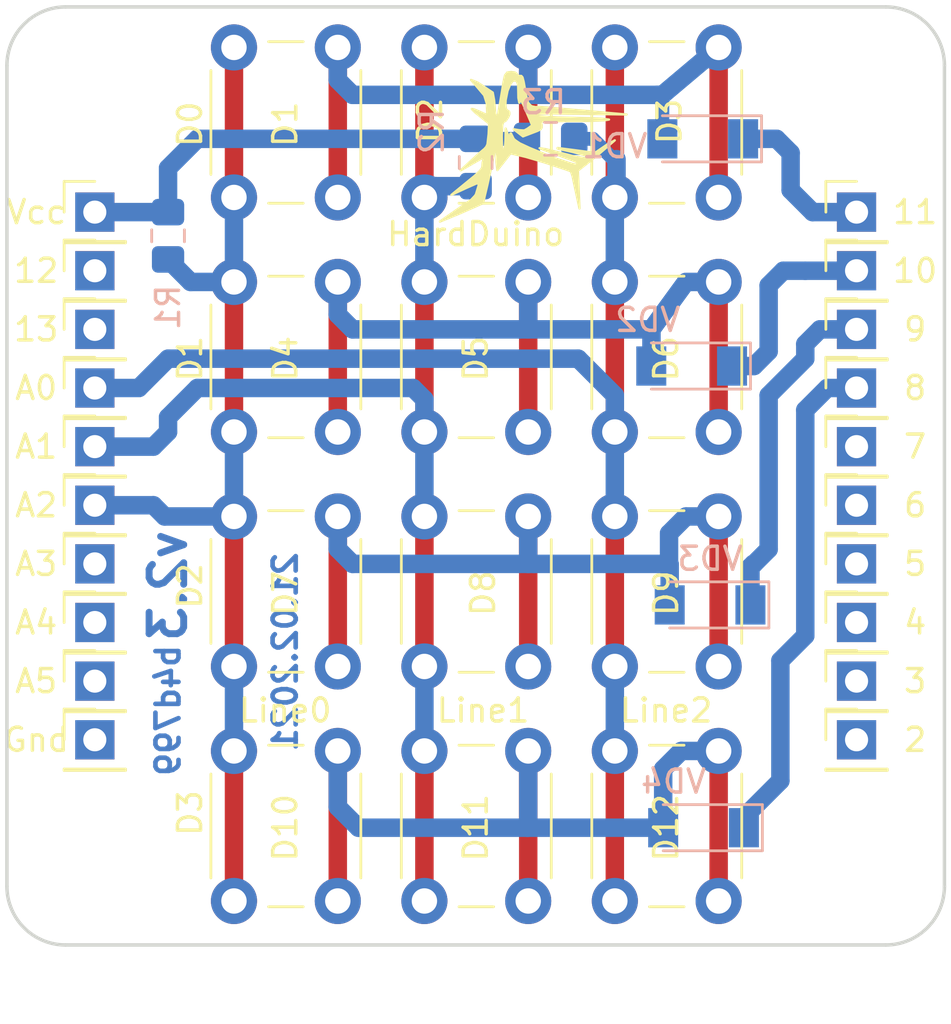
<source format=kicad_pcb>
(kicad_pcb (version 20171130) (host pcbnew "(5.1.8)-1")

  (general
    (thickness 1.6)
    (drawings 40)
    (tracks 123)
    (zones 0)
    (modules 43)
    (nets 25)
  )

  (page A4 portrait)
  (layers
    (0 F.Cu signal)
    (31 B.Cu signal)
    (32 B.Adhes user)
    (33 F.Adhes user)
    (34 B.Paste user)
    (35 F.Paste user)
    (36 B.SilkS user)
    (37 F.SilkS user)
    (38 B.Mask user)
    (39 F.Mask user)
    (40 Dwgs.User user)
    (41 Cmts.User user)
    (42 Eco1.User user)
    (43 Eco2.User user)
    (44 Edge.Cuts user)
    (45 Margin user)
    (46 B.CrtYd user)
    (47 F.CrtYd user)
    (48 B.Fab user)
    (49 F.Fab user)
  )

  (setup
    (last_trace_width 0.25)
    (user_trace_width 0.6)
    (user_trace_width 0.8)
    (trace_clearance 0.2)
    (zone_clearance 0.508)
    (zone_45_only no)
    (trace_min 0.2)
    (via_size 0.8)
    (via_drill 0.4)
    (via_min_size 0.4)
    (via_min_drill 0.3)
    (uvia_size 0.3)
    (uvia_drill 0.1)
    (uvias_allowed no)
    (uvia_min_size 0.2)
    (uvia_min_drill 0.1)
    (edge_width 0.05)
    (segment_width 0.2)
    (pcb_text_width 0.3)
    (pcb_text_size 1.5 1.5)
    (mod_edge_width 0.12)
    (mod_text_size 1 1)
    (mod_text_width 0.15)
    (pad_size 1.524 1.524)
    (pad_drill 0.762)
    (pad_to_mask_clearance 0.051)
    (solder_mask_min_width 0.25)
    (aux_axis_origin 0 0)
    (visible_elements 7FFFFFFF)
    (pcbplotparams
      (layerselection 0x00000_fffffffe)
      (usegerberextensions false)
      (usegerberattributes false)
      (usegerberadvancedattributes false)
      (creategerberjobfile false)
      (excludeedgelayer true)
      (linewidth 0.100000)
      (plotframeref false)
      (viasonmask false)
      (mode 1)
      (useauxorigin false)
      (hpglpennumber 1)
      (hpglpenspeed 20)
      (hpglpendiameter 15.000000)
      (psnegative true)
      (psa4output false)
      (plotreference true)
      (plotvalue true)
      (plotinvisibletext false)
      (padsonsilk false)
      (subtractmaskfromsilk false)
      (outputformat 4)
      (mirror false)
      (drillshape 1)
      (scaleselection 1)
      (outputdirectory "pdf/"))
  )

  (net 0 "")
  (net 1 "Net-(J1-Pad1)")
  (net 2 "Net-(J2-Pad1)")
  (net 3 "Net-(J3-Pad1)")
  (net 4 "Net-(J4-Pad1)")
  (net 5 "Net-(J5-Pad1)")
  (net 6 "Net-(J6-Pad1)")
  (net 7 "Net-(J7-Pad1)")
  (net 8 "Net-(J8-Pad1)")
  (net 9 "Net-(J9-Pad1)")
  (net 10 "Net-(J10-Pad1)")
  (net 11 "Net-(J11-Pad1)")
  (net 12 "Net-(J12-Pad1)")
  (net 13 "Net-(J16-Pad1)")
  (net 14 "Net-(J17-Pad1)")
  (net 15 "Net-(J18-Pad1)")
  (net 16 "Net-(J19-Pad1)")
  (net 17 "Net-(J20-Pad1)")
  (net 18 "Net-(D1-Pad1)")
  (net 19 "Net-(D1-Pad2)")
  (net 20 "Net-(D11-Pad1)")
  (net 21 "Net-(D12-Pad1)")
  (net 22 "Net-(D4-Pad2)")
  (net 23 "Net-(D7-Pad2)")
  (net 24 "Net-(D10-Pad2)")

  (net_class Default "Это класс цепей по умолчанию."
    (clearance 0.2)
    (trace_width 0.25)
    (via_dia 0.8)
    (via_drill 0.4)
    (uvia_dia 0.3)
    (uvia_drill 0.1)
    (add_net "Net-(D1-Pad1)")
    (add_net "Net-(D1-Pad2)")
    (add_net "Net-(D10-Pad2)")
    (add_net "Net-(D11-Pad1)")
    (add_net "Net-(D12-Pad1)")
    (add_net "Net-(D4-Pad2)")
    (add_net "Net-(D7-Pad2)")
    (add_net "Net-(J1-Pad1)")
    (add_net "Net-(J10-Pad1)")
    (add_net "Net-(J11-Pad1)")
    (add_net "Net-(J12-Pad1)")
    (add_net "Net-(J16-Pad1)")
    (add_net "Net-(J17-Pad1)")
    (add_net "Net-(J18-Pad1)")
    (add_net "Net-(J19-Pad1)")
    (add_net "Net-(J2-Pad1)")
    (add_net "Net-(J20-Pad1)")
    (add_net "Net-(J3-Pad1)")
    (add_net "Net-(J4-Pad1)")
    (add_net "Net-(J5-Pad1)")
    (add_net "Net-(J6-Pad1)")
    (add_net "Net-(J7-Pad1)")
    (add_net "Net-(J8-Pad1)")
    (add_net "Net-(J9-Pad1)")
  )

  (module MountingHole:MountingHole_3.2mm_M3 (layer F.Cu) (tedit 56D1B4CB) (tstamp 5D79781E)
    (at 92.075 33.655)
    (descr "Mounting Hole 3.2mm, no annular, M3")
    (tags "mounting hole 3.2mm no annular m3")
    (path /5D791BF4)
    (attr virtual)
    (fp_text reference H1 (at -3.81 -4.2) (layer F.SilkS) hide
      (effects (font (size 1 1) (thickness 0.15)))
    )
    (fp_text value MountingHole (at 2.54 -5.08) (layer F.Fab) hide
      (effects (font (size 1 1) (thickness 0.15)))
    )
    (fp_circle (center 0 0) (end 3.2 0) (layer Cmts.User) (width 0.15))
    (fp_circle (center 0 0) (end 3.45 0) (layer F.CrtYd) (width 0.05))
    (fp_text user %R (at 0.3 0) (layer F.Fab)
      (effects (font (size 1 1) (thickness 0.15)))
    )
    (pad 1 np_thru_hole circle (at 0 0) (size 3.2 3.2) (drill 3.2) (layers *.Cu *.Mask))
  )

  (module MountingHole:MountingHole_3.2mm_M3 (layer F.Cu) (tedit 56D1B4CB) (tstamp 5D797826)
    (at 92.075 67.945)
    (descr "Mounting Hole 3.2mm, no annular, M3")
    (tags "mounting hole 3.2mm no annular m3")
    (path /5D793188)
    (attr virtual)
    (fp_text reference H2 (at -3.81 3.81) (layer F.SilkS) hide
      (effects (font (size 1 1) (thickness 0.15)))
    )
    (fp_text value MountingHole (at 3.81 5.08) (layer F.Fab) hide
      (effects (font (size 1 1) (thickness 0.15)))
    )
    (fp_circle (center 0 0) (end 3.45 0) (layer F.CrtYd) (width 0.05))
    (fp_circle (center 0 0) (end 3.2 0) (layer Cmts.User) (width 0.15))
    (fp_text user %R (at 0.3 0) (layer F.Fab)
      (effects (font (size 1 1) (thickness 0.15)))
    )
    (pad 1 np_thru_hole circle (at 0 0) (size 3.2 3.2) (drill 3.2) (layers *.Cu *.Mask))
  )

  (module MountingHole:MountingHole_3.2mm_M3 (layer F.Cu) (tedit 56D1B4CB) (tstamp 5D79782E)
    (at 126.365 33.655)
    (descr "Mounting Hole 3.2mm, no annular, M3")
    (tags "mounting hole 3.2mm no annular m3")
    (path /5D793224)
    (attr virtual)
    (fp_text reference H3 (at 3.81 -3.81) (layer F.SilkS) hide
      (effects (font (size 1 1) (thickness 0.15)))
    )
    (fp_text value MountingHole (at -2.54 -5.08) (layer F.Fab) hide
      (effects (font (size 1 1) (thickness 0.15)))
    )
    (fp_circle (center 0 0) (end 3.2 0) (layer Cmts.User) (width 0.15))
    (fp_circle (center 0 0) (end 3.45 0) (layer F.CrtYd) (width 0.05))
    (fp_text user %R (at 0.3 0) (layer F.Fab)
      (effects (font (size 1 1) (thickness 0.15)))
    )
    (pad 1 np_thru_hole circle (at 0 0) (size 3.2 3.2) (drill 3.2) (layers *.Cu *.Mask))
  )

  (module MountingHole:MountingHole_3.2mm_M3 (layer F.Cu) (tedit 56D1B4CB) (tstamp 5D797836)
    (at 126.365 67.945)
    (descr "Mounting Hole 3.2mm, no annular, M3")
    (tags "mounting hole 3.2mm no annular m3")
    (path /5D7932CC)
    (attr virtual)
    (fp_text reference H4 (at 3.81 3.81) (layer F.SilkS) hide
      (effects (font (size 1 1) (thickness 0.15)))
    )
    (fp_text value MountingHole (at -5.08 5.08) (layer F.Fab) hide
      (effects (font (size 1 1) (thickness 0.15)))
    )
    (fp_circle (center 0 0) (end 3.45 0) (layer F.CrtYd) (width 0.05))
    (fp_circle (center 0 0) (end 3.2 0) (layer Cmts.User) (width 0.15))
    (fp_text user %R (at 0 0) (layer F.Fab)
      (effects (font (size 1 1) (thickness 0.15)))
    )
    (pad 1 np_thru_hole circle (at 0 0) (size 3.2 3.2) (drill 3.2) (layers *.Cu *.Mask))
  )

  (module Connector_PinHeader_2.54mm:PinHeader_1x01_P2.54mm_Vertical (layer F.Cu) (tedit 59FED5CC) (tstamp 5D79784B)
    (at 125.73 62.23)
    (descr "Through hole straight pin header, 1x01, 2.54mm pitch, single row")
    (tags "Through hole pin header THT 1x01 2.54mm single row")
    (path /5D793457)
    (fp_text reference J1 (at -2.54 0) (layer F.SilkS) hide
      (effects (font (size 1 1) (thickness 0.15)))
    )
    (fp_text value 2 (at 2.54 0) (layer F.Fab)
      (effects (font (size 1 1) (thickness 0.15)))
    )
    (fp_line (start -0.635 -1.27) (end 1.27 -1.27) (layer F.Fab) (width 0.1))
    (fp_line (start 1.27 -1.27) (end 1.27 1.27) (layer F.Fab) (width 0.1))
    (fp_line (start 1.27 1.27) (end -1.27 1.27) (layer F.Fab) (width 0.1))
    (fp_line (start -1.27 1.27) (end -1.27 -0.635) (layer F.Fab) (width 0.1))
    (fp_line (start -1.27 -0.635) (end -0.635 -1.27) (layer F.Fab) (width 0.1))
    (fp_line (start -1.33 1.33) (end 1.33 1.33) (layer F.SilkS) (width 0.12))
    (fp_line (start -1.33 1.27) (end -1.33 1.33) (layer F.SilkS) (width 0.12))
    (fp_line (start 1.33 1.27) (end 1.33 1.33) (layer F.SilkS) (width 0.12))
    (fp_line (start -1.33 1.27) (end 1.33 1.27) (layer F.SilkS) (width 0.12))
    (fp_line (start -1.33 0) (end -1.33 -1.33) (layer F.SilkS) (width 0.12))
    (fp_line (start -1.33 -1.33) (end 0 -1.33) (layer F.SilkS) (width 0.12))
    (fp_line (start -1.8 -1.8) (end -1.8 1.8) (layer F.CrtYd) (width 0.05))
    (fp_line (start -1.8 1.8) (end 1.8 1.8) (layer F.CrtYd) (width 0.05))
    (fp_line (start 1.8 1.8) (end 1.8 -1.8) (layer F.CrtYd) (width 0.05))
    (fp_line (start 1.8 -1.8) (end -1.8 -1.8) (layer F.CrtYd) (width 0.05))
    (fp_text user %R (at 0 0 90) (layer F.Fab)
      (effects (font (size 1 1) (thickness 0.15)))
    )
    (pad 1 thru_hole rect (at 0 0) (size 1.7 1.7) (drill 1) (layers *.Cu *.Mask)
      (net 1 "Net-(J1-Pad1)"))
    (model ${KISYS3DMOD}/Connector_PinHeader_2.54mm.3dshapes/PinHeader_1x01_P2.54mm_Vertical.wrl
      (at (xyz 0 0 0))
      (scale (xyz 1 1 1))
      (rotate (xyz 0 0 0))
    )
  )

  (module Connector_PinHeader_2.54mm:PinHeader_1x01_P2.54mm_Vertical (layer F.Cu) (tedit 59FED5CC) (tstamp 5D797860)
    (at 125.73 59.69)
    (descr "Through hole straight pin header, 1x01, 2.54mm pitch, single row")
    (tags "Through hole pin header THT 1x01 2.54mm single row")
    (path /5D794940)
    (fp_text reference J2 (at -2.54 0) (layer F.SilkS) hide
      (effects (font (size 1 1) (thickness 0.15)))
    )
    (fp_text value 3 (at 2.54 0) (layer F.Fab)
      (effects (font (size 1 1) (thickness 0.15)))
    )
    (fp_line (start 1.8 -1.8) (end -1.8 -1.8) (layer F.CrtYd) (width 0.05))
    (fp_line (start 1.8 1.8) (end 1.8 -1.8) (layer F.CrtYd) (width 0.05))
    (fp_line (start -1.8 1.8) (end 1.8 1.8) (layer F.CrtYd) (width 0.05))
    (fp_line (start -1.8 -1.8) (end -1.8 1.8) (layer F.CrtYd) (width 0.05))
    (fp_line (start -1.33 -1.33) (end 0 -1.33) (layer F.SilkS) (width 0.12))
    (fp_line (start -1.33 0) (end -1.33 -1.33) (layer F.SilkS) (width 0.12))
    (fp_line (start -1.33 1.27) (end 1.33 1.27) (layer F.SilkS) (width 0.12))
    (fp_line (start 1.33 1.27) (end 1.33 1.33) (layer F.SilkS) (width 0.12))
    (fp_line (start -1.33 1.27) (end -1.33 1.33) (layer F.SilkS) (width 0.12))
    (fp_line (start -1.33 1.33) (end 1.33 1.33) (layer F.SilkS) (width 0.12))
    (fp_line (start -1.27 -0.635) (end -0.635 -1.27) (layer F.Fab) (width 0.1))
    (fp_line (start -1.27 1.27) (end -1.27 -0.635) (layer F.Fab) (width 0.1))
    (fp_line (start 1.27 1.27) (end -1.27 1.27) (layer F.Fab) (width 0.1))
    (fp_line (start 1.27 -1.27) (end 1.27 1.27) (layer F.Fab) (width 0.1))
    (fp_line (start -0.635 -1.27) (end 1.27 -1.27) (layer F.Fab) (width 0.1))
    (fp_text user %R (at 0 0 90) (layer F.Fab)
      (effects (font (size 1 1) (thickness 0.15)))
    )
    (pad 1 thru_hole rect (at 0 0) (size 1.7 1.7) (drill 1) (layers *.Cu *.Mask)
      (net 2 "Net-(J2-Pad1)"))
    (model ${KISYS3DMOD}/Connector_PinHeader_2.54mm.3dshapes/PinHeader_1x01_P2.54mm_Vertical.wrl
      (at (xyz 0 0 0))
      (scale (xyz 1 1 1))
      (rotate (xyz 0 0 0))
    )
  )

  (module Connector_PinHeader_2.54mm:PinHeader_1x01_P2.54mm_Vertical (layer F.Cu) (tedit 59FED5CC) (tstamp 5D797875)
    (at 125.73 57.15)
    (descr "Through hole straight pin header, 1x01, 2.54mm pitch, single row")
    (tags "Through hole pin header THT 1x01 2.54mm single row")
    (path /5D794B32)
    (fp_text reference J3 (at -2.54 0) (layer F.SilkS) hide
      (effects (font (size 1 1) (thickness 0.15)))
    )
    (fp_text value 4 (at 2.54 0) (layer F.Fab)
      (effects (font (size 1 1) (thickness 0.15)))
    )
    (fp_line (start -0.635 -1.27) (end 1.27 -1.27) (layer F.Fab) (width 0.1))
    (fp_line (start 1.27 -1.27) (end 1.27 1.27) (layer F.Fab) (width 0.1))
    (fp_line (start 1.27 1.27) (end -1.27 1.27) (layer F.Fab) (width 0.1))
    (fp_line (start -1.27 1.27) (end -1.27 -0.635) (layer F.Fab) (width 0.1))
    (fp_line (start -1.27 -0.635) (end -0.635 -1.27) (layer F.Fab) (width 0.1))
    (fp_line (start -1.33 1.33) (end 1.33 1.33) (layer F.SilkS) (width 0.12))
    (fp_line (start -1.33 1.27) (end -1.33 1.33) (layer F.SilkS) (width 0.12))
    (fp_line (start 1.33 1.27) (end 1.33 1.33) (layer F.SilkS) (width 0.12))
    (fp_line (start -1.33 1.27) (end 1.33 1.27) (layer F.SilkS) (width 0.12))
    (fp_line (start -1.33 0) (end -1.33 -1.33) (layer F.SilkS) (width 0.12))
    (fp_line (start -1.33 -1.33) (end 0 -1.33) (layer F.SilkS) (width 0.12))
    (fp_line (start -1.8 -1.8) (end -1.8 1.8) (layer F.CrtYd) (width 0.05))
    (fp_line (start -1.8 1.8) (end 1.8 1.8) (layer F.CrtYd) (width 0.05))
    (fp_line (start 1.8 1.8) (end 1.8 -1.8) (layer F.CrtYd) (width 0.05))
    (fp_line (start 1.8 -1.8) (end -1.8 -1.8) (layer F.CrtYd) (width 0.05))
    (fp_text user %R (at 0 0 90) (layer F.Fab)
      (effects (font (size 1 1) (thickness 0.15)))
    )
    (pad 1 thru_hole rect (at 0 0) (size 1.7 1.7) (drill 1) (layers *.Cu *.Mask)
      (net 3 "Net-(J3-Pad1)"))
    (model ${KISYS3DMOD}/Connector_PinHeader_2.54mm.3dshapes/PinHeader_1x01_P2.54mm_Vertical.wrl
      (at (xyz 0 0 0))
      (scale (xyz 1 1 1))
      (rotate (xyz 0 0 0))
    )
  )

  (module Connector_PinHeader_2.54mm:PinHeader_1x01_P2.54mm_Vertical (layer F.Cu) (tedit 59FED5CC) (tstamp 5D79788A)
    (at 125.73 54.61)
    (descr "Through hole straight pin header, 1x01, 2.54mm pitch, single row")
    (tags "Through hole pin header THT 1x01 2.54mm single row")
    (path /5D794C66)
    (fp_text reference J4 (at -2.54 0) (layer F.SilkS) hide
      (effects (font (size 1 1) (thickness 0.15)))
    )
    (fp_text value 5 (at 2.54 0) (layer F.Fab)
      (effects (font (size 1 1) (thickness 0.15)))
    )
    (fp_line (start 1.8 -1.8) (end -1.8 -1.8) (layer F.CrtYd) (width 0.05))
    (fp_line (start 1.8 1.8) (end 1.8 -1.8) (layer F.CrtYd) (width 0.05))
    (fp_line (start -1.8 1.8) (end 1.8 1.8) (layer F.CrtYd) (width 0.05))
    (fp_line (start -1.8 -1.8) (end -1.8 1.8) (layer F.CrtYd) (width 0.05))
    (fp_line (start -1.33 -1.33) (end 0 -1.33) (layer F.SilkS) (width 0.12))
    (fp_line (start -1.33 0) (end -1.33 -1.33) (layer F.SilkS) (width 0.12))
    (fp_line (start -1.33 1.27) (end 1.33 1.27) (layer F.SilkS) (width 0.12))
    (fp_line (start 1.33 1.27) (end 1.33 1.33) (layer F.SilkS) (width 0.12))
    (fp_line (start -1.33 1.27) (end -1.33 1.33) (layer F.SilkS) (width 0.12))
    (fp_line (start -1.33 1.33) (end 1.33 1.33) (layer F.SilkS) (width 0.12))
    (fp_line (start -1.27 -0.635) (end -0.635 -1.27) (layer F.Fab) (width 0.1))
    (fp_line (start -1.27 1.27) (end -1.27 -0.635) (layer F.Fab) (width 0.1))
    (fp_line (start 1.27 1.27) (end -1.27 1.27) (layer F.Fab) (width 0.1))
    (fp_line (start 1.27 -1.27) (end 1.27 1.27) (layer F.Fab) (width 0.1))
    (fp_line (start -0.635 -1.27) (end 1.27 -1.27) (layer F.Fab) (width 0.1))
    (fp_text user %R (at 0 0 90) (layer F.Fab)
      (effects (font (size 1 1) (thickness 0.15)))
    )
    (pad 1 thru_hole rect (at 0 0) (size 1.7 1.7) (drill 1) (layers *.Cu *.Mask)
      (net 4 "Net-(J4-Pad1)"))
    (model ${KISYS3DMOD}/Connector_PinHeader_2.54mm.3dshapes/PinHeader_1x01_P2.54mm_Vertical.wrl
      (at (xyz 0 0 0))
      (scale (xyz 1 1 1))
      (rotate (xyz 0 0 0))
    )
  )

  (module Connector_PinHeader_2.54mm:PinHeader_1x01_P2.54mm_Vertical (layer F.Cu) (tedit 59FED5CC) (tstamp 5D79789F)
    (at 125.73 52.07)
    (descr "Through hole straight pin header, 1x01, 2.54mm pitch, single row")
    (tags "Through hole pin header THT 1x01 2.54mm single row")
    (path /5D794EF4)
    (fp_text reference J5 (at -2.54 0) (layer F.SilkS) hide
      (effects (font (size 1 1) (thickness 0.15)))
    )
    (fp_text value 6 (at 2.54 0) (layer F.Fab)
      (effects (font (size 1 1) (thickness 0.15)))
    )
    (fp_line (start -0.635 -1.27) (end 1.27 -1.27) (layer F.Fab) (width 0.1))
    (fp_line (start 1.27 -1.27) (end 1.27 1.27) (layer F.Fab) (width 0.1))
    (fp_line (start 1.27 1.27) (end -1.27 1.27) (layer F.Fab) (width 0.1))
    (fp_line (start -1.27 1.27) (end -1.27 -0.635) (layer F.Fab) (width 0.1))
    (fp_line (start -1.27 -0.635) (end -0.635 -1.27) (layer F.Fab) (width 0.1))
    (fp_line (start -1.33 1.33) (end 1.33 1.33) (layer F.SilkS) (width 0.12))
    (fp_line (start -1.33 1.27) (end -1.33 1.33) (layer F.SilkS) (width 0.12))
    (fp_line (start 1.33 1.27) (end 1.33 1.33) (layer F.SilkS) (width 0.12))
    (fp_line (start -1.33 1.27) (end 1.33 1.27) (layer F.SilkS) (width 0.12))
    (fp_line (start -1.33 0) (end -1.33 -1.33) (layer F.SilkS) (width 0.12))
    (fp_line (start -1.33 -1.33) (end 0 -1.33) (layer F.SilkS) (width 0.12))
    (fp_line (start -1.8 -1.8) (end -1.8 1.8) (layer F.CrtYd) (width 0.05))
    (fp_line (start -1.8 1.8) (end 1.8 1.8) (layer F.CrtYd) (width 0.05))
    (fp_line (start 1.8 1.8) (end 1.8 -1.8) (layer F.CrtYd) (width 0.05))
    (fp_line (start 1.8 -1.8) (end -1.8 -1.8) (layer F.CrtYd) (width 0.05))
    (fp_text user %R (at 0 0 90) (layer F.Fab)
      (effects (font (size 1 1) (thickness 0.15)))
    )
    (pad 1 thru_hole rect (at 0 0) (size 1.7 1.7) (drill 1) (layers *.Cu *.Mask)
      (net 5 "Net-(J5-Pad1)"))
    (model ${KISYS3DMOD}/Connector_PinHeader_2.54mm.3dshapes/PinHeader_1x01_P2.54mm_Vertical.wrl
      (at (xyz 0 0 0))
      (scale (xyz 1 1 1))
      (rotate (xyz 0 0 0))
    )
  )

  (module Connector_PinHeader_2.54mm:PinHeader_1x01_P2.54mm_Vertical (layer F.Cu) (tedit 59FED5CC) (tstamp 5D7978B4)
    (at 125.73 49.53)
    (descr "Through hole straight pin header, 1x01, 2.54mm pitch, single row")
    (tags "Through hole pin header THT 1x01 2.54mm single row")
    (path /5D795168)
    (fp_text reference J6 (at -2.54 0) (layer F.SilkS) hide
      (effects (font (size 1 1) (thickness 0.15)))
    )
    (fp_text value 7 (at 2.54 0) (layer F.Fab)
      (effects (font (size 1 1) (thickness 0.15)))
    )
    (fp_line (start 1.8 -1.8) (end -1.8 -1.8) (layer F.CrtYd) (width 0.05))
    (fp_line (start 1.8 1.8) (end 1.8 -1.8) (layer F.CrtYd) (width 0.05))
    (fp_line (start -1.8 1.8) (end 1.8 1.8) (layer F.CrtYd) (width 0.05))
    (fp_line (start -1.8 -1.8) (end -1.8 1.8) (layer F.CrtYd) (width 0.05))
    (fp_line (start -1.33 -1.33) (end 0 -1.33) (layer F.SilkS) (width 0.12))
    (fp_line (start -1.33 0) (end -1.33 -1.33) (layer F.SilkS) (width 0.12))
    (fp_line (start -1.33 1.27) (end 1.33 1.27) (layer F.SilkS) (width 0.12))
    (fp_line (start 1.33 1.27) (end 1.33 1.33) (layer F.SilkS) (width 0.12))
    (fp_line (start -1.33 1.27) (end -1.33 1.33) (layer F.SilkS) (width 0.12))
    (fp_line (start -1.33 1.33) (end 1.33 1.33) (layer F.SilkS) (width 0.12))
    (fp_line (start -1.27 -0.635) (end -0.635 -1.27) (layer F.Fab) (width 0.1))
    (fp_line (start -1.27 1.27) (end -1.27 -0.635) (layer F.Fab) (width 0.1))
    (fp_line (start 1.27 1.27) (end -1.27 1.27) (layer F.Fab) (width 0.1))
    (fp_line (start 1.27 -1.27) (end 1.27 1.27) (layer F.Fab) (width 0.1))
    (fp_line (start -0.635 -1.27) (end 1.27 -1.27) (layer F.Fab) (width 0.1))
    (fp_text user %R (at 0 0 90) (layer F.Fab)
      (effects (font (size 1 1) (thickness 0.15)))
    )
    (pad 1 thru_hole rect (at 0 0) (size 1.7 1.7) (drill 1) (layers *.Cu *.Mask)
      (net 6 "Net-(J6-Pad1)"))
    (model ${KISYS3DMOD}/Connector_PinHeader_2.54mm.3dshapes/PinHeader_1x01_P2.54mm_Vertical.wrl
      (at (xyz 0 0 0))
      (scale (xyz 1 1 1))
      (rotate (xyz 0 0 0))
    )
  )

  (module Connector_PinHeader_2.54mm:PinHeader_1x01_P2.54mm_Vertical (layer F.Cu) (tedit 59FED5CC) (tstamp 5D7978C9)
    (at 125.73 46.99)
    (descr "Through hole straight pin header, 1x01, 2.54mm pitch, single row")
    (tags "Through hole pin header THT 1x01 2.54mm single row")
    (path /5D795340)
    (fp_text reference J7 (at -2.54 0) (layer F.SilkS) hide
      (effects (font (size 1 1) (thickness 0.15)))
    )
    (fp_text value 8 (at 2.54 0) (layer F.Fab)
      (effects (font (size 1 1) (thickness 0.15)))
    )
    (fp_line (start -0.635 -1.27) (end 1.27 -1.27) (layer F.Fab) (width 0.1))
    (fp_line (start 1.27 -1.27) (end 1.27 1.27) (layer F.Fab) (width 0.1))
    (fp_line (start 1.27 1.27) (end -1.27 1.27) (layer F.Fab) (width 0.1))
    (fp_line (start -1.27 1.27) (end -1.27 -0.635) (layer F.Fab) (width 0.1))
    (fp_line (start -1.27 -0.635) (end -0.635 -1.27) (layer F.Fab) (width 0.1))
    (fp_line (start -1.33 1.33) (end 1.33 1.33) (layer F.SilkS) (width 0.12))
    (fp_line (start -1.33 1.27) (end -1.33 1.33) (layer F.SilkS) (width 0.12))
    (fp_line (start 1.33 1.27) (end 1.33 1.33) (layer F.SilkS) (width 0.12))
    (fp_line (start -1.33 1.27) (end 1.33 1.27) (layer F.SilkS) (width 0.12))
    (fp_line (start -1.33 0) (end -1.33 -1.33) (layer F.SilkS) (width 0.12))
    (fp_line (start -1.33 -1.33) (end 0 -1.33) (layer F.SilkS) (width 0.12))
    (fp_line (start -1.8 -1.8) (end -1.8 1.8) (layer F.CrtYd) (width 0.05))
    (fp_line (start -1.8 1.8) (end 1.8 1.8) (layer F.CrtYd) (width 0.05))
    (fp_line (start 1.8 1.8) (end 1.8 -1.8) (layer F.CrtYd) (width 0.05))
    (fp_line (start 1.8 -1.8) (end -1.8 -1.8) (layer F.CrtYd) (width 0.05))
    (fp_text user %R (at 0 0 90) (layer F.Fab)
      (effects (font (size 1 1) (thickness 0.15)))
    )
    (pad 1 thru_hole rect (at 0 0) (size 1.7 1.7) (drill 1) (layers *.Cu *.Mask)
      (net 7 "Net-(J7-Pad1)"))
    (model ${KISYS3DMOD}/Connector_PinHeader_2.54mm.3dshapes/PinHeader_1x01_P2.54mm_Vertical.wrl
      (at (xyz 0 0 0))
      (scale (xyz 1 1 1))
      (rotate (xyz 0 0 0))
    )
  )

  (module Connector_PinHeader_2.54mm:PinHeader_1x01_P2.54mm_Vertical (layer F.Cu) (tedit 59FED5CC) (tstamp 5D7978DE)
    (at 125.73 44.45)
    (descr "Through hole straight pin header, 1x01, 2.54mm pitch, single row")
    (tags "Through hole pin header THT 1x01 2.54mm single row")
    (path /5D7955DE)
    (fp_text reference J8 (at -2.54 0) (layer F.SilkS) hide
      (effects (font (size 1 1) (thickness 0.15)))
    )
    (fp_text value 9 (at 2.54 0) (layer F.Fab)
      (effects (font (size 1 1) (thickness 0.15)))
    )
    (fp_line (start 1.8 -1.8) (end -1.8 -1.8) (layer F.CrtYd) (width 0.05))
    (fp_line (start 1.8 1.8) (end 1.8 -1.8) (layer F.CrtYd) (width 0.05))
    (fp_line (start -1.8 1.8) (end 1.8 1.8) (layer F.CrtYd) (width 0.05))
    (fp_line (start -1.8 -1.8) (end -1.8 1.8) (layer F.CrtYd) (width 0.05))
    (fp_line (start -1.33 -1.33) (end 0 -1.33) (layer F.SilkS) (width 0.12))
    (fp_line (start -1.33 0) (end -1.33 -1.33) (layer F.SilkS) (width 0.12))
    (fp_line (start -1.33 1.27) (end 1.33 1.27) (layer F.SilkS) (width 0.12))
    (fp_line (start 1.33 1.27) (end 1.33 1.33) (layer F.SilkS) (width 0.12))
    (fp_line (start -1.33 1.27) (end -1.33 1.33) (layer F.SilkS) (width 0.12))
    (fp_line (start -1.33 1.33) (end 1.33 1.33) (layer F.SilkS) (width 0.12))
    (fp_line (start -1.27 -0.635) (end -0.635 -1.27) (layer F.Fab) (width 0.1))
    (fp_line (start -1.27 1.27) (end -1.27 -0.635) (layer F.Fab) (width 0.1))
    (fp_line (start 1.27 1.27) (end -1.27 1.27) (layer F.Fab) (width 0.1))
    (fp_line (start 1.27 -1.27) (end 1.27 1.27) (layer F.Fab) (width 0.1))
    (fp_line (start -0.635 -1.27) (end 1.27 -1.27) (layer F.Fab) (width 0.1))
    (fp_text user %R (at 0 0 90) (layer F.Fab)
      (effects (font (size 1 1) (thickness 0.15)))
    )
    (pad 1 thru_hole rect (at 0 0) (size 1.7 1.7) (drill 1) (layers *.Cu *.Mask)
      (net 8 "Net-(J8-Pad1)"))
    (model ${KISYS3DMOD}/Connector_PinHeader_2.54mm.3dshapes/PinHeader_1x01_P2.54mm_Vertical.wrl
      (at (xyz 0 0 0))
      (scale (xyz 1 1 1))
      (rotate (xyz 0 0 0))
    )
  )

  (module Connector_PinHeader_2.54mm:PinHeader_1x01_P2.54mm_Vertical (layer F.Cu) (tedit 59FED5CC) (tstamp 5D7978F3)
    (at 125.73 41.91)
    (descr "Through hole straight pin header, 1x01, 2.54mm pitch, single row")
    (tags "Through hole pin header THT 1x01 2.54mm single row")
    (path /5D7957DA)
    (fp_text reference J9 (at -2.54 0) (layer F.SilkS) hide
      (effects (font (size 1 1) (thickness 0.15)))
    )
    (fp_text value 10 (at 2.54 0) (layer F.Fab)
      (effects (font (size 1 1) (thickness 0.15)))
    )
    (fp_line (start -0.635 -1.27) (end 1.27 -1.27) (layer F.Fab) (width 0.1))
    (fp_line (start 1.27 -1.27) (end 1.27 1.27) (layer F.Fab) (width 0.1))
    (fp_line (start 1.27 1.27) (end -1.27 1.27) (layer F.Fab) (width 0.1))
    (fp_line (start -1.27 1.27) (end -1.27 -0.635) (layer F.Fab) (width 0.1))
    (fp_line (start -1.27 -0.635) (end -0.635 -1.27) (layer F.Fab) (width 0.1))
    (fp_line (start -1.33 1.33) (end 1.33 1.33) (layer F.SilkS) (width 0.12))
    (fp_line (start -1.33 1.27) (end -1.33 1.33) (layer F.SilkS) (width 0.12))
    (fp_line (start 1.33 1.27) (end 1.33 1.33) (layer F.SilkS) (width 0.12))
    (fp_line (start -1.33 1.27) (end 1.33 1.27) (layer F.SilkS) (width 0.12))
    (fp_line (start -1.33 0) (end -1.33 -1.33) (layer F.SilkS) (width 0.12))
    (fp_line (start -1.33 -1.33) (end 0 -1.33) (layer F.SilkS) (width 0.12))
    (fp_line (start -1.8 -1.8) (end -1.8 1.8) (layer F.CrtYd) (width 0.05))
    (fp_line (start -1.8 1.8) (end 1.8 1.8) (layer F.CrtYd) (width 0.05))
    (fp_line (start 1.8 1.8) (end 1.8 -1.8) (layer F.CrtYd) (width 0.05))
    (fp_line (start 1.8 -1.8) (end -1.8 -1.8) (layer F.CrtYd) (width 0.05))
    (fp_text user %R (at 0 0 90) (layer F.Fab)
      (effects (font (size 1 1) (thickness 0.15)))
    )
    (pad 1 thru_hole rect (at 0 0) (size 1.7 1.7) (drill 1) (layers *.Cu *.Mask)
      (net 9 "Net-(J9-Pad1)"))
    (model ${KISYS3DMOD}/Connector_PinHeader_2.54mm.3dshapes/PinHeader_1x01_P2.54mm_Vertical.wrl
      (at (xyz 0 0 0))
      (scale (xyz 1 1 1))
      (rotate (xyz 0 0 0))
    )
  )

  (module Connector_PinHeader_2.54mm:PinHeader_1x01_P2.54mm_Vertical (layer F.Cu) (tedit 59FED5CC) (tstamp 5D797908)
    (at 125.73 39.37)
    (descr "Through hole straight pin header, 1x01, 2.54mm pitch, single row")
    (tags "Through hole pin header THT 1x01 2.54mm single row")
    (path /5D795810)
    (fp_text reference J10 (at -2.54 0) (layer F.SilkS) hide
      (effects (font (size 1 1) (thickness 0.15)))
    )
    (fp_text value 11 (at 2.54 0) (layer F.Fab)
      (effects (font (size 1 1) (thickness 0.15)))
    )
    (fp_line (start 1.8 -1.8) (end -1.8 -1.8) (layer F.CrtYd) (width 0.05))
    (fp_line (start 1.8 1.8) (end 1.8 -1.8) (layer F.CrtYd) (width 0.05))
    (fp_line (start -1.8 1.8) (end 1.8 1.8) (layer F.CrtYd) (width 0.05))
    (fp_line (start -1.8 -1.8) (end -1.8 1.8) (layer F.CrtYd) (width 0.05))
    (fp_line (start -1.33 -1.33) (end 0 -1.33) (layer F.SilkS) (width 0.12))
    (fp_line (start -1.33 0) (end -1.33 -1.33) (layer F.SilkS) (width 0.12))
    (fp_line (start -1.33 1.27) (end 1.33 1.27) (layer F.SilkS) (width 0.12))
    (fp_line (start 1.33 1.27) (end 1.33 1.33) (layer F.SilkS) (width 0.12))
    (fp_line (start -1.33 1.27) (end -1.33 1.33) (layer F.SilkS) (width 0.12))
    (fp_line (start -1.33 1.33) (end 1.33 1.33) (layer F.SilkS) (width 0.12))
    (fp_line (start -1.27 -0.635) (end -0.635 -1.27) (layer F.Fab) (width 0.1))
    (fp_line (start -1.27 1.27) (end -1.27 -0.635) (layer F.Fab) (width 0.1))
    (fp_line (start 1.27 1.27) (end -1.27 1.27) (layer F.Fab) (width 0.1))
    (fp_line (start 1.27 -1.27) (end 1.27 1.27) (layer F.Fab) (width 0.1))
    (fp_line (start -0.635 -1.27) (end 1.27 -1.27) (layer F.Fab) (width 0.1))
    (fp_text user %R (at 0 0 90) (layer F.Fab)
      (effects (font (size 1 1) (thickness 0.15)))
    )
    (pad 1 thru_hole rect (at 0 0) (size 1.7 1.7) (drill 1) (layers *.Cu *.Mask)
      (net 10 "Net-(J10-Pad1)"))
    (model ${KISYS3DMOD}/Connector_PinHeader_2.54mm.3dshapes/PinHeader_1x01_P2.54mm_Vertical.wrl
      (at (xyz 0 0 0))
      (scale (xyz 1 1 1))
      (rotate (xyz 0 0 0))
    )
  )

  (module Connector_PinHeader_2.54mm:PinHeader_1x01_P2.54mm_Vertical (layer F.Cu) (tedit 59FED5CC) (tstamp 5D79791D)
    (at 92.71 41.91)
    (descr "Through hole straight pin header, 1x01, 2.54mm pitch, single row")
    (tags "Through hole pin header THT 1x01 2.54mm single row")
    (path /5D7959D6)
    (fp_text reference J11 (at 3.175 0) (layer F.SilkS) hide
      (effects (font (size 1 1) (thickness 0.15)))
    )
    (fp_text value 12 (at -2.54 0) (layer F.Fab)
      (effects (font (size 1 1) (thickness 0.15)))
    )
    (fp_line (start -0.635 -1.27) (end 1.27 -1.27) (layer F.Fab) (width 0.1))
    (fp_line (start 1.27 -1.27) (end 1.27 1.27) (layer F.Fab) (width 0.1))
    (fp_line (start 1.27 1.27) (end -1.27 1.27) (layer F.Fab) (width 0.1))
    (fp_line (start -1.27 1.27) (end -1.27 -0.635) (layer F.Fab) (width 0.1))
    (fp_line (start -1.27 -0.635) (end -0.635 -1.27) (layer F.Fab) (width 0.1))
    (fp_line (start -1.33 1.33) (end 1.33 1.33) (layer F.SilkS) (width 0.12))
    (fp_line (start -1.33 1.27) (end -1.33 1.33) (layer F.SilkS) (width 0.12))
    (fp_line (start 1.33 1.27) (end 1.33 1.33) (layer F.SilkS) (width 0.12))
    (fp_line (start -1.33 1.27) (end 1.33 1.27) (layer F.SilkS) (width 0.12))
    (fp_line (start -1.33 0) (end -1.33 -1.33) (layer F.SilkS) (width 0.12))
    (fp_line (start -1.33 -1.33) (end 0 -1.33) (layer F.SilkS) (width 0.12))
    (fp_line (start -1.8 -1.8) (end -1.8 1.8) (layer F.CrtYd) (width 0.05))
    (fp_line (start -1.8 1.8) (end 1.8 1.8) (layer F.CrtYd) (width 0.05))
    (fp_line (start 1.8 1.8) (end 1.8 -1.8) (layer F.CrtYd) (width 0.05))
    (fp_line (start 1.8 -1.8) (end -1.8 -1.8) (layer F.CrtYd) (width 0.05))
    (fp_text user %R (at 0 0 90) (layer F.Fab)
      (effects (font (size 1 1) (thickness 0.15)))
    )
    (pad 1 thru_hole rect (at 0 0) (size 1.7 1.7) (drill 1) (layers *.Cu *.Mask)
      (net 11 "Net-(J11-Pad1)"))
    (model ${KISYS3DMOD}/Connector_PinHeader_2.54mm.3dshapes/PinHeader_1x01_P2.54mm_Vertical.wrl
      (at (xyz 0 0 0))
      (scale (xyz 1 1 1))
      (rotate (xyz 0 0 0))
    )
  )

  (module Connector_PinHeader_2.54mm:PinHeader_1x01_P2.54mm_Vertical (layer F.Cu) (tedit 59FED5CC) (tstamp 5D797932)
    (at 92.71 44.45)
    (descr "Through hole straight pin header, 1x01, 2.54mm pitch, single row")
    (tags "Through hole pin header THT 1x01 2.54mm single row")
    (path /5D79744D)
    (fp_text reference J12 (at 3.175 0) (layer F.SilkS) hide
      (effects (font (size 1 1) (thickness 0.15)))
    )
    (fp_text value 13 (at -2.54 0) (layer F.Fab)
      (effects (font (size 1 1) (thickness 0.15)))
    )
    (fp_line (start 1.8 -1.8) (end -1.8 -1.8) (layer F.CrtYd) (width 0.05))
    (fp_line (start 1.8 1.8) (end 1.8 -1.8) (layer F.CrtYd) (width 0.05))
    (fp_line (start -1.8 1.8) (end 1.8 1.8) (layer F.CrtYd) (width 0.05))
    (fp_line (start -1.8 -1.8) (end -1.8 1.8) (layer F.CrtYd) (width 0.05))
    (fp_line (start -1.33 -1.33) (end 0 -1.33) (layer F.SilkS) (width 0.12))
    (fp_line (start -1.33 0) (end -1.33 -1.33) (layer F.SilkS) (width 0.12))
    (fp_line (start -1.33 1.27) (end 1.33 1.27) (layer F.SilkS) (width 0.12))
    (fp_line (start 1.33 1.27) (end 1.33 1.33) (layer F.SilkS) (width 0.12))
    (fp_line (start -1.33 1.27) (end -1.33 1.33) (layer F.SilkS) (width 0.12))
    (fp_line (start -1.33 1.33) (end 1.33 1.33) (layer F.SilkS) (width 0.12))
    (fp_line (start -1.27 -0.635) (end -0.635 -1.27) (layer F.Fab) (width 0.1))
    (fp_line (start -1.27 1.27) (end -1.27 -0.635) (layer F.Fab) (width 0.1))
    (fp_line (start 1.27 1.27) (end -1.27 1.27) (layer F.Fab) (width 0.1))
    (fp_line (start 1.27 -1.27) (end 1.27 1.27) (layer F.Fab) (width 0.1))
    (fp_line (start -0.635 -1.27) (end 1.27 -1.27) (layer F.Fab) (width 0.1))
    (fp_text user %R (at 0 0 90) (layer F.Fab)
      (effects (font (size 1 1) (thickness 0.15)))
    )
    (pad 1 thru_hole rect (at 0 0) (size 1.7 1.7) (drill 1) (layers *.Cu *.Mask)
      (net 12 "Net-(J12-Pad1)"))
    (model ${KISYS3DMOD}/Connector_PinHeader_2.54mm.3dshapes/PinHeader_1x01_P2.54mm_Vertical.wrl
      (at (xyz 0 0 0))
      (scale (xyz 1 1 1))
      (rotate (xyz 0 0 0))
    )
  )

  (module Connector_PinHeader_2.54mm:PinHeader_1x01_P2.54mm_Vertical (layer F.Cu) (tedit 59FED5CC) (tstamp 5D797947)
    (at 92.71 46.99)
    (descr "Through hole straight pin header, 1x01, 2.54mm pitch, single row")
    (tags "Through hole pin header THT 1x01 2.54mm single row")
    (path /5D795BCF)
    (fp_text reference J13 (at 3.175 0) (layer F.SilkS) hide
      (effects (font (size 1 1) (thickness 0.15)))
    )
    (fp_text value A0 (at -2.54 0) (layer F.Fab)
      (effects (font (size 1 1) (thickness 0.15)))
    )
    (fp_line (start 1.8 -1.8) (end -1.8 -1.8) (layer F.CrtYd) (width 0.05))
    (fp_line (start 1.8 1.8) (end 1.8 -1.8) (layer F.CrtYd) (width 0.05))
    (fp_line (start -1.8 1.8) (end 1.8 1.8) (layer F.CrtYd) (width 0.05))
    (fp_line (start -1.8 -1.8) (end -1.8 1.8) (layer F.CrtYd) (width 0.05))
    (fp_line (start -1.33 -1.33) (end 0 -1.33) (layer F.SilkS) (width 0.12))
    (fp_line (start -1.33 0) (end -1.33 -1.33) (layer F.SilkS) (width 0.12))
    (fp_line (start -1.33 1.27) (end 1.33 1.27) (layer F.SilkS) (width 0.12))
    (fp_line (start 1.33 1.27) (end 1.33 1.33) (layer F.SilkS) (width 0.12))
    (fp_line (start -1.33 1.27) (end -1.33 1.33) (layer F.SilkS) (width 0.12))
    (fp_line (start -1.33 1.33) (end 1.33 1.33) (layer F.SilkS) (width 0.12))
    (fp_line (start -1.27 -0.635) (end -0.635 -1.27) (layer F.Fab) (width 0.1))
    (fp_line (start -1.27 1.27) (end -1.27 -0.635) (layer F.Fab) (width 0.1))
    (fp_line (start 1.27 1.27) (end -1.27 1.27) (layer F.Fab) (width 0.1))
    (fp_line (start 1.27 -1.27) (end 1.27 1.27) (layer F.Fab) (width 0.1))
    (fp_line (start -0.635 -1.27) (end 1.27 -1.27) (layer F.Fab) (width 0.1))
    (fp_text user %R (at 0 0 90) (layer F.Fab)
      (effects (font (size 1 1) (thickness 0.15)))
    )
    (pad 1 thru_hole rect (at 0 0) (size 1.7 1.7) (drill 1) (layers *.Cu *.Mask)
      (net 21 "Net-(D12-Pad1)"))
    (model ${KISYS3DMOD}/Connector_PinHeader_2.54mm.3dshapes/PinHeader_1x01_P2.54mm_Vertical.wrl
      (at (xyz 0 0 0))
      (scale (xyz 1 1 1))
      (rotate (xyz 0 0 0))
    )
  )

  (module Connector_PinHeader_2.54mm:PinHeader_1x01_P2.54mm_Vertical (layer F.Cu) (tedit 59FED5CC) (tstamp 5D79795C)
    (at 92.71 49.53)
    (descr "Through hole straight pin header, 1x01, 2.54mm pitch, single row")
    (tags "Through hole pin header THT 1x01 2.54mm single row")
    (path /5D7961B8)
    (fp_text reference J14 (at 3.175 0) (layer F.SilkS) hide
      (effects (font (size 1 1) (thickness 0.15)))
    )
    (fp_text value A1 (at -2.54 0) (layer F.Fab)
      (effects (font (size 1 1) (thickness 0.15)))
    )
    (fp_line (start -0.635 -1.27) (end 1.27 -1.27) (layer F.Fab) (width 0.1))
    (fp_line (start 1.27 -1.27) (end 1.27 1.27) (layer F.Fab) (width 0.1))
    (fp_line (start 1.27 1.27) (end -1.27 1.27) (layer F.Fab) (width 0.1))
    (fp_line (start -1.27 1.27) (end -1.27 -0.635) (layer F.Fab) (width 0.1))
    (fp_line (start -1.27 -0.635) (end -0.635 -1.27) (layer F.Fab) (width 0.1))
    (fp_line (start -1.33 1.33) (end 1.33 1.33) (layer F.SilkS) (width 0.12))
    (fp_line (start -1.33 1.27) (end -1.33 1.33) (layer F.SilkS) (width 0.12))
    (fp_line (start 1.33 1.27) (end 1.33 1.33) (layer F.SilkS) (width 0.12))
    (fp_line (start -1.33 1.27) (end 1.33 1.27) (layer F.SilkS) (width 0.12))
    (fp_line (start -1.33 0) (end -1.33 -1.33) (layer F.SilkS) (width 0.12))
    (fp_line (start -1.33 -1.33) (end 0 -1.33) (layer F.SilkS) (width 0.12))
    (fp_line (start -1.8 -1.8) (end -1.8 1.8) (layer F.CrtYd) (width 0.05))
    (fp_line (start -1.8 1.8) (end 1.8 1.8) (layer F.CrtYd) (width 0.05))
    (fp_line (start 1.8 1.8) (end 1.8 -1.8) (layer F.CrtYd) (width 0.05))
    (fp_line (start 1.8 -1.8) (end -1.8 -1.8) (layer F.CrtYd) (width 0.05))
    (fp_text user %R (at 0 0 90) (layer F.Fab)
      (effects (font (size 1 1) (thickness 0.15)))
    )
    (pad 1 thru_hole rect (at 0 0) (size 1.7 1.7) (drill 1) (layers *.Cu *.Mask)
      (net 20 "Net-(D11-Pad1)"))
    (model ${KISYS3DMOD}/Connector_PinHeader_2.54mm.3dshapes/PinHeader_1x01_P2.54mm_Vertical.wrl
      (at (xyz 0 0 0))
      (scale (xyz 1 1 1))
      (rotate (xyz 0 0 0))
    )
  )

  (module Connector_PinHeader_2.54mm:PinHeader_1x01_P2.54mm_Vertical (layer F.Cu) (tedit 59FED5CC) (tstamp 5D797971)
    (at 92.71 52.07)
    (descr "Through hole straight pin header, 1x01, 2.54mm pitch, single row")
    (tags "Through hole pin header THT 1x01 2.54mm single row")
    (path /5D7963EC)
    (fp_text reference J15 (at 3.175 0) (layer F.SilkS) hide
      (effects (font (size 1 1) (thickness 0.15)))
    )
    (fp_text value A2 (at -2.54 0) (layer F.Fab)
      (effects (font (size 1 1) (thickness 0.15)))
    )
    (fp_line (start 1.8 -1.8) (end -1.8 -1.8) (layer F.CrtYd) (width 0.05))
    (fp_line (start 1.8 1.8) (end 1.8 -1.8) (layer F.CrtYd) (width 0.05))
    (fp_line (start -1.8 1.8) (end 1.8 1.8) (layer F.CrtYd) (width 0.05))
    (fp_line (start -1.8 -1.8) (end -1.8 1.8) (layer F.CrtYd) (width 0.05))
    (fp_line (start -1.33 -1.33) (end 0 -1.33) (layer F.SilkS) (width 0.12))
    (fp_line (start -1.33 0) (end -1.33 -1.33) (layer F.SilkS) (width 0.12))
    (fp_line (start -1.33 1.27) (end 1.33 1.27) (layer F.SilkS) (width 0.12))
    (fp_line (start 1.33 1.27) (end 1.33 1.33) (layer F.SilkS) (width 0.12))
    (fp_line (start -1.33 1.27) (end -1.33 1.33) (layer F.SilkS) (width 0.12))
    (fp_line (start -1.33 1.33) (end 1.33 1.33) (layer F.SilkS) (width 0.12))
    (fp_line (start -1.27 -0.635) (end -0.635 -1.27) (layer F.Fab) (width 0.1))
    (fp_line (start -1.27 1.27) (end -1.27 -0.635) (layer F.Fab) (width 0.1))
    (fp_line (start 1.27 1.27) (end -1.27 1.27) (layer F.Fab) (width 0.1))
    (fp_line (start 1.27 -1.27) (end 1.27 1.27) (layer F.Fab) (width 0.1))
    (fp_line (start -0.635 -1.27) (end 1.27 -1.27) (layer F.Fab) (width 0.1))
    (fp_text user %R (at 0 0 90) (layer F.Fab)
      (effects (font (size 1 1) (thickness 0.15)))
    )
    (pad 1 thru_hole rect (at 0 0) (size 1.7 1.7) (drill 1) (layers *.Cu *.Mask)
      (net 18 "Net-(D1-Pad1)"))
    (model ${KISYS3DMOD}/Connector_PinHeader_2.54mm.3dshapes/PinHeader_1x01_P2.54mm_Vertical.wrl
      (at (xyz 0 0 0))
      (scale (xyz 1 1 1))
      (rotate (xyz 0 0 0))
    )
  )

  (module Connector_PinHeader_2.54mm:PinHeader_1x01_P2.54mm_Vertical (layer F.Cu) (tedit 59FED5CC) (tstamp 5D797986)
    (at 92.71 54.61)
    (descr "Through hole straight pin header, 1x01, 2.54mm pitch, single row")
    (tags "Through hole pin header THT 1x01 2.54mm single row")
    (path /5D7965E2)
    (fp_text reference J16 (at 3.175 0) (layer F.SilkS) hide
      (effects (font (size 1 1) (thickness 0.15)))
    )
    (fp_text value A3 (at -2.54 0) (layer F.Fab)
      (effects (font (size 1 1) (thickness 0.15)))
    )
    (fp_line (start -0.635 -1.27) (end 1.27 -1.27) (layer F.Fab) (width 0.1))
    (fp_line (start 1.27 -1.27) (end 1.27 1.27) (layer F.Fab) (width 0.1))
    (fp_line (start 1.27 1.27) (end -1.27 1.27) (layer F.Fab) (width 0.1))
    (fp_line (start -1.27 1.27) (end -1.27 -0.635) (layer F.Fab) (width 0.1))
    (fp_line (start -1.27 -0.635) (end -0.635 -1.27) (layer F.Fab) (width 0.1))
    (fp_line (start -1.33 1.33) (end 1.33 1.33) (layer F.SilkS) (width 0.12))
    (fp_line (start -1.33 1.27) (end -1.33 1.33) (layer F.SilkS) (width 0.12))
    (fp_line (start 1.33 1.27) (end 1.33 1.33) (layer F.SilkS) (width 0.12))
    (fp_line (start -1.33 1.27) (end 1.33 1.27) (layer F.SilkS) (width 0.12))
    (fp_line (start -1.33 0) (end -1.33 -1.33) (layer F.SilkS) (width 0.12))
    (fp_line (start -1.33 -1.33) (end 0 -1.33) (layer F.SilkS) (width 0.12))
    (fp_line (start -1.8 -1.8) (end -1.8 1.8) (layer F.CrtYd) (width 0.05))
    (fp_line (start -1.8 1.8) (end 1.8 1.8) (layer F.CrtYd) (width 0.05))
    (fp_line (start 1.8 1.8) (end 1.8 -1.8) (layer F.CrtYd) (width 0.05))
    (fp_line (start 1.8 -1.8) (end -1.8 -1.8) (layer F.CrtYd) (width 0.05))
    (fp_text user %R (at 0 0 90) (layer F.Fab)
      (effects (font (size 1 1) (thickness 0.15)))
    )
    (pad 1 thru_hole rect (at 0 0) (size 1.7 1.7) (drill 1) (layers *.Cu *.Mask)
      (net 13 "Net-(J16-Pad1)"))
    (model ${KISYS3DMOD}/Connector_PinHeader_2.54mm.3dshapes/PinHeader_1x01_P2.54mm_Vertical.wrl
      (at (xyz 0 0 0))
      (scale (xyz 1 1 1))
      (rotate (xyz 0 0 0))
    )
  )

  (module Connector_PinHeader_2.54mm:PinHeader_1x01_P2.54mm_Vertical (layer F.Cu) (tedit 59FED5CC) (tstamp 5D79799B)
    (at 92.71 57.15)
    (descr "Through hole straight pin header, 1x01, 2.54mm pitch, single row")
    (tags "Through hole pin header THT 1x01 2.54mm single row")
    (path /5D796826)
    (fp_text reference J17 (at 3.175 0) (layer F.SilkS) hide
      (effects (font (size 1 1) (thickness 0.15)))
    )
    (fp_text value A4 (at -2.54 0) (layer F.Fab)
      (effects (font (size 1 1) (thickness 0.15)))
    )
    (fp_line (start 1.8 -1.8) (end -1.8 -1.8) (layer F.CrtYd) (width 0.05))
    (fp_line (start 1.8 1.8) (end 1.8 -1.8) (layer F.CrtYd) (width 0.05))
    (fp_line (start -1.8 1.8) (end 1.8 1.8) (layer F.CrtYd) (width 0.05))
    (fp_line (start -1.8 -1.8) (end -1.8 1.8) (layer F.CrtYd) (width 0.05))
    (fp_line (start -1.33 -1.33) (end 0 -1.33) (layer F.SilkS) (width 0.12))
    (fp_line (start -1.33 0) (end -1.33 -1.33) (layer F.SilkS) (width 0.12))
    (fp_line (start -1.33 1.27) (end 1.33 1.27) (layer F.SilkS) (width 0.12))
    (fp_line (start 1.33 1.27) (end 1.33 1.33) (layer F.SilkS) (width 0.12))
    (fp_line (start -1.33 1.27) (end -1.33 1.33) (layer F.SilkS) (width 0.12))
    (fp_line (start -1.33 1.33) (end 1.33 1.33) (layer F.SilkS) (width 0.12))
    (fp_line (start -1.27 -0.635) (end -0.635 -1.27) (layer F.Fab) (width 0.1))
    (fp_line (start -1.27 1.27) (end -1.27 -0.635) (layer F.Fab) (width 0.1))
    (fp_line (start 1.27 1.27) (end -1.27 1.27) (layer F.Fab) (width 0.1))
    (fp_line (start 1.27 -1.27) (end 1.27 1.27) (layer F.Fab) (width 0.1))
    (fp_line (start -0.635 -1.27) (end 1.27 -1.27) (layer F.Fab) (width 0.1))
    (fp_text user %R (at 0 0 90) (layer F.Fab)
      (effects (font (size 1 1) (thickness 0.15)))
    )
    (pad 1 thru_hole rect (at 0 0) (size 1.7 1.7) (drill 1) (layers *.Cu *.Mask)
      (net 14 "Net-(J17-Pad1)"))
    (model ${KISYS3DMOD}/Connector_PinHeader_2.54mm.3dshapes/PinHeader_1x01_P2.54mm_Vertical.wrl
      (at (xyz 0 0 0))
      (scale (xyz 1 1 1))
      (rotate (xyz 0 0 0))
    )
  )

  (module Connector_PinHeader_2.54mm:PinHeader_1x01_P2.54mm_Vertical (layer F.Cu) (tedit 59FED5CC) (tstamp 5D7979B0)
    (at 92.71 59.69)
    (descr "Through hole straight pin header, 1x01, 2.54mm pitch, single row")
    (tags "Through hole pin header THT 1x01 2.54mm single row")
    (path /5D796A8E)
    (fp_text reference J18 (at 3.175 0) (layer F.SilkS) hide
      (effects (font (size 1 1) (thickness 0.15)))
    )
    (fp_text value A5 (at -2.54 0) (layer F.Fab)
      (effects (font (size 1 1) (thickness 0.15)))
    )
    (fp_line (start -0.635 -1.27) (end 1.27 -1.27) (layer F.Fab) (width 0.1))
    (fp_line (start 1.27 -1.27) (end 1.27 1.27) (layer F.Fab) (width 0.1))
    (fp_line (start 1.27 1.27) (end -1.27 1.27) (layer F.Fab) (width 0.1))
    (fp_line (start -1.27 1.27) (end -1.27 -0.635) (layer F.Fab) (width 0.1))
    (fp_line (start -1.27 -0.635) (end -0.635 -1.27) (layer F.Fab) (width 0.1))
    (fp_line (start -1.33 1.33) (end 1.33 1.33) (layer F.SilkS) (width 0.12))
    (fp_line (start -1.33 1.27) (end -1.33 1.33) (layer F.SilkS) (width 0.12))
    (fp_line (start 1.33 1.27) (end 1.33 1.33) (layer F.SilkS) (width 0.12))
    (fp_line (start -1.33 1.27) (end 1.33 1.27) (layer F.SilkS) (width 0.12))
    (fp_line (start -1.33 0) (end -1.33 -1.33) (layer F.SilkS) (width 0.12))
    (fp_line (start -1.33 -1.33) (end 0 -1.33) (layer F.SilkS) (width 0.12))
    (fp_line (start -1.8 -1.8) (end -1.8 1.8) (layer F.CrtYd) (width 0.05))
    (fp_line (start -1.8 1.8) (end 1.8 1.8) (layer F.CrtYd) (width 0.05))
    (fp_line (start 1.8 1.8) (end 1.8 -1.8) (layer F.CrtYd) (width 0.05))
    (fp_line (start 1.8 -1.8) (end -1.8 -1.8) (layer F.CrtYd) (width 0.05))
    (fp_text user %R (at 0 0 90) (layer F.Fab)
      (effects (font (size 1 1) (thickness 0.15)))
    )
    (pad 1 thru_hole rect (at 0 0) (size 1.7 1.7) (drill 1) (layers *.Cu *.Mask)
      (net 15 "Net-(J18-Pad1)"))
    (model ${KISYS3DMOD}/Connector_PinHeader_2.54mm.3dshapes/PinHeader_1x01_P2.54mm_Vertical.wrl
      (at (xyz 0 0 0))
      (scale (xyz 1 1 1))
      (rotate (xyz 0 0 0))
    )
  )

  (module Connector_PinHeader_2.54mm:PinHeader_1x01_P2.54mm_Vertical (layer F.Cu) (tedit 59FED5CC) (tstamp 5D7979C5)
    (at 92.71 39.37)
    (descr "Through hole straight pin header, 1x01, 2.54mm pitch, single row")
    (tags "Through hole pin header THT 1x01 2.54mm single row")
    (path /5D796E8E)
    (fp_text reference J19 (at 3.175 0) (layer F.SilkS) hide
      (effects (font (size 1 1) (thickness 0.15)))
    )
    (fp_text value Vcc (at -2.54 0) (layer F.Fab)
      (effects (font (size 1 1) (thickness 0.15)))
    )
    (fp_line (start 1.8 -1.8) (end -1.8 -1.8) (layer F.CrtYd) (width 0.05))
    (fp_line (start 1.8 1.8) (end 1.8 -1.8) (layer F.CrtYd) (width 0.05))
    (fp_line (start -1.8 1.8) (end 1.8 1.8) (layer F.CrtYd) (width 0.05))
    (fp_line (start -1.8 -1.8) (end -1.8 1.8) (layer F.CrtYd) (width 0.05))
    (fp_line (start -1.33 -1.33) (end 0 -1.33) (layer F.SilkS) (width 0.12))
    (fp_line (start -1.33 0) (end -1.33 -1.33) (layer F.SilkS) (width 0.12))
    (fp_line (start -1.33 1.27) (end 1.33 1.27) (layer F.SilkS) (width 0.12))
    (fp_line (start 1.33 1.27) (end 1.33 1.33) (layer F.SilkS) (width 0.12))
    (fp_line (start -1.33 1.27) (end -1.33 1.33) (layer F.SilkS) (width 0.12))
    (fp_line (start -1.33 1.33) (end 1.33 1.33) (layer F.SilkS) (width 0.12))
    (fp_line (start -1.27 -0.635) (end -0.635 -1.27) (layer F.Fab) (width 0.1))
    (fp_line (start -1.27 1.27) (end -1.27 -0.635) (layer F.Fab) (width 0.1))
    (fp_line (start 1.27 1.27) (end -1.27 1.27) (layer F.Fab) (width 0.1))
    (fp_line (start 1.27 -1.27) (end 1.27 1.27) (layer F.Fab) (width 0.1))
    (fp_line (start -0.635 -1.27) (end 1.27 -1.27) (layer F.Fab) (width 0.1))
    (fp_text user %R (at 0 0 90) (layer F.Fab)
      (effects (font (size 1 1) (thickness 0.15)))
    )
    (pad 1 thru_hole rect (at 0 0) (size 1.7 1.7) (drill 1) (layers *.Cu *.Mask)
      (net 16 "Net-(J19-Pad1)"))
    (model ${KISYS3DMOD}/Connector_PinHeader_2.54mm.3dshapes/PinHeader_1x01_P2.54mm_Vertical.wrl
      (at (xyz 0 0 0))
      (scale (xyz 1 1 1))
      (rotate (xyz 0 0 0))
    )
  )

  (module Connector_PinHeader_2.54mm:PinHeader_1x01_P2.54mm_Vertical (layer F.Cu) (tedit 59FED5CC) (tstamp 5D7979DA)
    (at 92.71 62.23)
    (descr "Through hole straight pin header, 1x01, 2.54mm pitch, single row")
    (tags "Through hole pin header THT 1x01 2.54mm single row")
    (path /5D796F9E)
    (fp_text reference J20 (at 3.175 0) (layer F.SilkS) hide
      (effects (font (size 1 1) (thickness 0.15)))
    )
    (fp_text value Gnd (at -2.54 0) (layer F.Fab)
      (effects (font (size 1 1) (thickness 0.15)))
    )
    (fp_line (start -0.635 -1.27) (end 1.27 -1.27) (layer F.Fab) (width 0.1))
    (fp_line (start 1.27 -1.27) (end 1.27 1.27) (layer F.Fab) (width 0.1))
    (fp_line (start 1.27 1.27) (end -1.27 1.27) (layer F.Fab) (width 0.1))
    (fp_line (start -1.27 1.27) (end -1.27 -0.635) (layer F.Fab) (width 0.1))
    (fp_line (start -1.27 -0.635) (end -0.635 -1.27) (layer F.Fab) (width 0.1))
    (fp_line (start -1.33 1.33) (end 1.33 1.33) (layer F.SilkS) (width 0.12))
    (fp_line (start -1.33 1.27) (end -1.33 1.33) (layer F.SilkS) (width 0.12))
    (fp_line (start 1.33 1.27) (end 1.33 1.33) (layer F.SilkS) (width 0.12))
    (fp_line (start -1.33 1.27) (end 1.33 1.27) (layer F.SilkS) (width 0.12))
    (fp_line (start -1.33 0) (end -1.33 -1.33) (layer F.SilkS) (width 0.12))
    (fp_line (start -1.33 -1.33) (end 0 -1.33) (layer F.SilkS) (width 0.12))
    (fp_line (start -1.8 -1.8) (end -1.8 1.8) (layer F.CrtYd) (width 0.05))
    (fp_line (start -1.8 1.8) (end 1.8 1.8) (layer F.CrtYd) (width 0.05))
    (fp_line (start 1.8 1.8) (end 1.8 -1.8) (layer F.CrtYd) (width 0.05))
    (fp_line (start 1.8 -1.8) (end -1.8 -1.8) (layer F.CrtYd) (width 0.05))
    (fp_text user %R (at 0 0 90) (layer F.Fab)
      (effects (font (size 1 1) (thickness 0.15)))
    )
    (pad 1 thru_hole rect (at 0 0) (size 1.7 1.7) (drill 1) (layers *.Cu *.Mask)
      (net 17 "Net-(J20-Pad1)"))
    (model ${KISYS3DMOD}/Connector_PinHeader_2.54mm.3dshapes/PinHeader_1x01_P2.54mm_Vertical.wrl
      (at (xyz 0 0 0))
      (scale (xyz 1 1 1))
      (rotate (xyz 0 0 0))
    )
  )

  (module CommonLibrary:6x6-tact-btn (layer F.Cu) (tedit 5D7B292D) (tstamp 5D9FD500)
    (at 98.7425 69.215 90)
    (path /5D9F8B93)
    (fp_text reference D10 (at 3.175 2.2225 90) (layer F.SilkS)
      (effects (font (size 1 1) (thickness 0.15)))
    )
    (fp_text value 6x6-tact-btn (at 0 -0.5 90) (layer F.Fab)
      (effects (font (size 1 1) (thickness 0.15)))
    )
    (fp_circle (center 3.25 2.25) (end 1.25 2.5) (layer F.Fab) (width 0.1))
    (fp_line (start 6.75 3) (end 6.75 1.5) (layer F.SilkS) (width 0.12))
    (fp_line (start 5.5 -1) (end 1 -1) (layer F.SilkS) (width 0.12))
    (fp_line (start -0.25 1.5) (end -0.25 3) (layer F.SilkS) (width 0.12))
    (fp_line (start 1 5.5) (end 5.5 5.5) (layer F.SilkS) (width 0.12))
    (fp_line (start 8 -1.25) (end 8 5.75) (layer F.CrtYd) (width 0.05))
    (fp_line (start 7.75 6) (end -1.25 6) (layer F.CrtYd) (width 0.05))
    (fp_line (start -1.5 5.75) (end -1.5 -1.25) (layer F.CrtYd) (width 0.05))
    (fp_line (start -1.25 -1.5) (end 7.75 -1.5) (layer F.CrtYd) (width 0.05))
    (fp_line (start -1.5 6) (end -1.25 6) (layer F.CrtYd) (width 0.05))
    (fp_line (start -1.5 5.75) (end -1.5 6) (layer F.CrtYd) (width 0.05))
    (fp_line (start -1.5 -1.5) (end -1.25 -1.5) (layer F.CrtYd) (width 0.05))
    (fp_line (start -1.5 -1.25) (end -1.5 -1.5) (layer F.CrtYd) (width 0.05))
    (fp_line (start 8 -1.5) (end 8 -1.25) (layer F.CrtYd) (width 0.05))
    (fp_line (start 7.75 -1.5) (end 8 -1.5) (layer F.CrtYd) (width 0.05))
    (fp_line (start 8 6) (end 8 5.75) (layer F.CrtYd) (width 0.05))
    (fp_line (start 7.75 6) (end 8 6) (layer F.CrtYd) (width 0.05))
    (fp_line (start 0.25 -0.75) (end 3.25 -0.75) (layer F.Fab) (width 0.1))
    (fp_line (start 0.25 5.25) (end 0.25 -0.75) (layer F.Fab) (width 0.1))
    (fp_line (start 6.25 5.25) (end 0.25 5.25) (layer F.Fab) (width 0.1))
    (fp_line (start 6.25 -0.75) (end 6.25 5.25) (layer F.Fab) (width 0.1))
    (fp_line (start 3.25 -0.75) (end 6.25 -0.75) (layer F.Fab) (width 0.1))
    (pad 2 thru_hole circle (at 0 4.5 180) (size 2 2) (drill 1.1) (layers *.Cu *.Mask)
      (net 24 "Net-(D10-Pad2)"))
    (pad 1 thru_hole circle (at 0 0 180) (size 2 2) (drill 1.1) (layers *.Cu *.Mask)
      (net 18 "Net-(D1-Pad1)"))
    (pad 2 thru_hole circle (at 6.5 4.5 180) (size 2 2) (drill 1.1) (layers *.Cu *.Mask)
      (net 24 "Net-(D10-Pad2)"))
    (pad 1 thru_hole circle (at 6.5 0 180) (size 2 2) (drill 1.1) (layers *.Cu *.Mask)
      (net 18 "Net-(D1-Pad1)"))
  )

  (module CommonLibrary:6x6-tact-btn (layer F.Cu) (tedit 5D7B292D) (tstamp 5D9FD51E)
    (at 98.7425 48.895 90)
    (path /5D9F8556)
    (fp_text reference D4 (at 3.175 2.2225 90) (layer F.SilkS)
      (effects (font (size 1 1) (thickness 0.15)))
    )
    (fp_text value 6x6-tact-btn (at 0 -0.5 90) (layer F.Fab)
      (effects (font (size 1 1) (thickness 0.15)))
    )
    (fp_circle (center 3.25 2.25) (end 1.25 2.5) (layer F.Fab) (width 0.1))
    (fp_line (start 6.75 3) (end 6.75 1.5) (layer F.SilkS) (width 0.12))
    (fp_line (start 5.5 -1) (end 1 -1) (layer F.SilkS) (width 0.12))
    (fp_line (start -0.25 1.5) (end -0.25 3) (layer F.SilkS) (width 0.12))
    (fp_line (start 1 5.5) (end 5.5 5.5) (layer F.SilkS) (width 0.12))
    (fp_line (start 8 -1.25) (end 8 5.75) (layer F.CrtYd) (width 0.05))
    (fp_line (start 7.75 6) (end -1.25 6) (layer F.CrtYd) (width 0.05))
    (fp_line (start -1.5 5.75) (end -1.5 -1.25) (layer F.CrtYd) (width 0.05))
    (fp_line (start -1.25 -1.5) (end 7.75 -1.5) (layer F.CrtYd) (width 0.05))
    (fp_line (start -1.5 6) (end -1.25 6) (layer F.CrtYd) (width 0.05))
    (fp_line (start -1.5 5.75) (end -1.5 6) (layer F.CrtYd) (width 0.05))
    (fp_line (start -1.5 -1.5) (end -1.25 -1.5) (layer F.CrtYd) (width 0.05))
    (fp_line (start -1.5 -1.25) (end -1.5 -1.5) (layer F.CrtYd) (width 0.05))
    (fp_line (start 8 -1.5) (end 8 -1.25) (layer F.CrtYd) (width 0.05))
    (fp_line (start 7.75 -1.5) (end 8 -1.5) (layer F.CrtYd) (width 0.05))
    (fp_line (start 8 6) (end 8 5.75) (layer F.CrtYd) (width 0.05))
    (fp_line (start 7.75 6) (end 8 6) (layer F.CrtYd) (width 0.05))
    (fp_line (start 0.25 -0.75) (end 3.25 -0.75) (layer F.Fab) (width 0.1))
    (fp_line (start 0.25 5.25) (end 0.25 -0.75) (layer F.Fab) (width 0.1))
    (fp_line (start 6.25 5.25) (end 0.25 5.25) (layer F.Fab) (width 0.1))
    (fp_line (start 6.25 -0.75) (end 6.25 5.25) (layer F.Fab) (width 0.1))
    (fp_line (start 3.25 -0.75) (end 6.25 -0.75) (layer F.Fab) (width 0.1))
    (pad 2 thru_hole circle (at 0 4.5 180) (size 2 2) (drill 1.1) (layers *.Cu *.Mask)
      (net 22 "Net-(D4-Pad2)"))
    (pad 1 thru_hole circle (at 0 0 180) (size 2 2) (drill 1.1) (layers *.Cu *.Mask)
      (net 18 "Net-(D1-Pad1)"))
    (pad 2 thru_hole circle (at 6.5 4.5 180) (size 2 2) (drill 1.1) (layers *.Cu *.Mask)
      (net 22 "Net-(D4-Pad2)"))
    (pad 1 thru_hole circle (at 6.5 0 180) (size 2 2) (drill 1.1) (layers *.Cu *.Mask)
      (net 18 "Net-(D1-Pad1)"))
  )

  (module CommonLibrary:6x6-tact-btn (layer F.Cu) (tedit 5D7B292D) (tstamp 5D9FD53C)
    (at 98.7425 59.055 90)
    (path /5D9F890E)
    (fp_text reference D7 (at 3.175 2.2225 90) (layer F.SilkS)
      (effects (font (size 1 1) (thickness 0.15)))
    )
    (fp_text value 6x6-tact-btn (at 0 -0.5 90) (layer F.Fab)
      (effects (font (size 1 1) (thickness 0.15)))
    )
    (fp_line (start 3.25 -0.75) (end 6.25 -0.75) (layer F.Fab) (width 0.1))
    (fp_line (start 6.25 -0.75) (end 6.25 5.25) (layer F.Fab) (width 0.1))
    (fp_line (start 6.25 5.25) (end 0.25 5.25) (layer F.Fab) (width 0.1))
    (fp_line (start 0.25 5.25) (end 0.25 -0.75) (layer F.Fab) (width 0.1))
    (fp_line (start 0.25 -0.75) (end 3.25 -0.75) (layer F.Fab) (width 0.1))
    (fp_line (start 7.75 6) (end 8 6) (layer F.CrtYd) (width 0.05))
    (fp_line (start 8 6) (end 8 5.75) (layer F.CrtYd) (width 0.05))
    (fp_line (start 7.75 -1.5) (end 8 -1.5) (layer F.CrtYd) (width 0.05))
    (fp_line (start 8 -1.5) (end 8 -1.25) (layer F.CrtYd) (width 0.05))
    (fp_line (start -1.5 -1.25) (end -1.5 -1.5) (layer F.CrtYd) (width 0.05))
    (fp_line (start -1.5 -1.5) (end -1.25 -1.5) (layer F.CrtYd) (width 0.05))
    (fp_line (start -1.5 5.75) (end -1.5 6) (layer F.CrtYd) (width 0.05))
    (fp_line (start -1.5 6) (end -1.25 6) (layer F.CrtYd) (width 0.05))
    (fp_line (start -1.25 -1.5) (end 7.75 -1.5) (layer F.CrtYd) (width 0.05))
    (fp_line (start -1.5 5.75) (end -1.5 -1.25) (layer F.CrtYd) (width 0.05))
    (fp_line (start 7.75 6) (end -1.25 6) (layer F.CrtYd) (width 0.05))
    (fp_line (start 8 -1.25) (end 8 5.75) (layer F.CrtYd) (width 0.05))
    (fp_line (start 1 5.5) (end 5.5 5.5) (layer F.SilkS) (width 0.12))
    (fp_line (start -0.25 1.5) (end -0.25 3) (layer F.SilkS) (width 0.12))
    (fp_line (start 5.5 -1) (end 1 -1) (layer F.SilkS) (width 0.12))
    (fp_line (start 6.75 3) (end 6.75 1.5) (layer F.SilkS) (width 0.12))
    (fp_circle (center 3.25 2.25) (end 1.25 2.5) (layer F.Fab) (width 0.1))
    (pad 1 thru_hole circle (at 6.5 0 180) (size 2 2) (drill 1.1) (layers *.Cu *.Mask)
      (net 18 "Net-(D1-Pad1)"))
    (pad 2 thru_hole circle (at 6.5 4.5 180) (size 2 2) (drill 1.1) (layers *.Cu *.Mask)
      (net 23 "Net-(D7-Pad2)"))
    (pad 1 thru_hole circle (at 0 0 180) (size 2 2) (drill 1.1) (layers *.Cu *.Mask)
      (net 18 "Net-(D1-Pad1)"))
    (pad 2 thru_hole circle (at 0 4.5 180) (size 2 2) (drill 1.1) (layers *.Cu *.Mask)
      (net 23 "Net-(D7-Pad2)"))
  )

  (module CommonLibrary:6x6-tact-btn (layer F.Cu) (tedit 5D7B292D) (tstamp 5D9FD55A)
    (at 98.7425 38.735 90)
    (path /5D9F7FA5)
    (fp_text reference D1 (at 3.175 2.2225 90) (layer F.SilkS)
      (effects (font (size 1 1) (thickness 0.15)))
    )
    (fp_text value 6x6-tact-btn (at 0 -0.5 90) (layer F.Fab)
      (effects (font (size 1 1) (thickness 0.15)))
    )
    (fp_line (start 3.25 -0.75) (end 6.25 -0.75) (layer F.Fab) (width 0.1))
    (fp_line (start 6.25 -0.75) (end 6.25 5.25) (layer F.Fab) (width 0.1))
    (fp_line (start 6.25 5.25) (end 0.25 5.25) (layer F.Fab) (width 0.1))
    (fp_line (start 0.25 5.25) (end 0.25 -0.75) (layer F.Fab) (width 0.1))
    (fp_line (start 0.25 -0.75) (end 3.25 -0.75) (layer F.Fab) (width 0.1))
    (fp_line (start 7.75 6) (end 8 6) (layer F.CrtYd) (width 0.05))
    (fp_line (start 8 6) (end 8 5.75) (layer F.CrtYd) (width 0.05))
    (fp_line (start 7.75 -1.5) (end 8 -1.5) (layer F.CrtYd) (width 0.05))
    (fp_line (start 8 -1.5) (end 8 -1.25) (layer F.CrtYd) (width 0.05))
    (fp_line (start -1.5 -1.25) (end -1.5 -1.5) (layer F.CrtYd) (width 0.05))
    (fp_line (start -1.5 -1.5) (end -1.25 -1.5) (layer F.CrtYd) (width 0.05))
    (fp_line (start -1.5 5.75) (end -1.5 6) (layer F.CrtYd) (width 0.05))
    (fp_line (start -1.5 6) (end -1.25 6) (layer F.CrtYd) (width 0.05))
    (fp_line (start -1.25 -1.5) (end 7.75 -1.5) (layer F.CrtYd) (width 0.05))
    (fp_line (start -1.5 5.75) (end -1.5 -1.25) (layer F.CrtYd) (width 0.05))
    (fp_line (start 7.75 6) (end -1.25 6) (layer F.CrtYd) (width 0.05))
    (fp_line (start 8 -1.25) (end 8 5.75) (layer F.CrtYd) (width 0.05))
    (fp_line (start 1 5.5) (end 5.5 5.5) (layer F.SilkS) (width 0.12))
    (fp_line (start -0.25 1.5) (end -0.25 3) (layer F.SilkS) (width 0.12))
    (fp_line (start 5.5 -1) (end 1 -1) (layer F.SilkS) (width 0.12))
    (fp_line (start 6.75 3) (end 6.75 1.5) (layer F.SilkS) (width 0.12))
    (fp_circle (center 3.25 2.25) (end 1.25 2.5) (layer F.Fab) (width 0.1))
    (pad 1 thru_hole circle (at 6.5 0 180) (size 2 2) (drill 1.1) (layers *.Cu *.Mask)
      (net 18 "Net-(D1-Pad1)"))
    (pad 2 thru_hole circle (at 6.5 4.5 180) (size 2 2) (drill 1.1) (layers *.Cu *.Mask)
      (net 19 "Net-(D1-Pad2)"))
    (pad 1 thru_hole circle (at 0 0 180) (size 2 2) (drill 1.1) (layers *.Cu *.Mask)
      (net 18 "Net-(D1-Pad1)"))
    (pad 2 thru_hole circle (at 0 4.5 180) (size 2 2) (drill 1.1) (layers *.Cu *.Mask)
      (net 19 "Net-(D1-Pad2)"))
  )

  (module CommonLibrary:6x6-tact-btn (layer F.Cu) (tedit 5D7B292D) (tstamp 5D9FD578)
    (at 106.9975 69.215 90)
    (path /5D9F9AF6)
    (fp_text reference D11 (at 3.175 2.2225 90) (layer F.SilkS)
      (effects (font (size 1 1) (thickness 0.15)))
    )
    (fp_text value 6x6-tact-btn (at 0 -0.5 90) (layer F.Fab)
      (effects (font (size 1 1) (thickness 0.15)))
    )
    (fp_circle (center 3.25 2.25) (end 1.25 2.5) (layer F.Fab) (width 0.1))
    (fp_line (start 6.75 3) (end 6.75 1.5) (layer F.SilkS) (width 0.12))
    (fp_line (start 5.5 -1) (end 1 -1) (layer F.SilkS) (width 0.12))
    (fp_line (start -0.25 1.5) (end -0.25 3) (layer F.SilkS) (width 0.12))
    (fp_line (start 1 5.5) (end 5.5 5.5) (layer F.SilkS) (width 0.12))
    (fp_line (start 8 -1.25) (end 8 5.75) (layer F.CrtYd) (width 0.05))
    (fp_line (start 7.75 6) (end -1.25 6) (layer F.CrtYd) (width 0.05))
    (fp_line (start -1.5 5.75) (end -1.5 -1.25) (layer F.CrtYd) (width 0.05))
    (fp_line (start -1.25 -1.5) (end 7.75 -1.5) (layer F.CrtYd) (width 0.05))
    (fp_line (start -1.5 6) (end -1.25 6) (layer F.CrtYd) (width 0.05))
    (fp_line (start -1.5 5.75) (end -1.5 6) (layer F.CrtYd) (width 0.05))
    (fp_line (start -1.5 -1.5) (end -1.25 -1.5) (layer F.CrtYd) (width 0.05))
    (fp_line (start -1.5 -1.25) (end -1.5 -1.5) (layer F.CrtYd) (width 0.05))
    (fp_line (start 8 -1.5) (end 8 -1.25) (layer F.CrtYd) (width 0.05))
    (fp_line (start 7.75 -1.5) (end 8 -1.5) (layer F.CrtYd) (width 0.05))
    (fp_line (start 8 6) (end 8 5.75) (layer F.CrtYd) (width 0.05))
    (fp_line (start 7.75 6) (end 8 6) (layer F.CrtYd) (width 0.05))
    (fp_line (start 0.25 -0.75) (end 3.25 -0.75) (layer F.Fab) (width 0.1))
    (fp_line (start 0.25 5.25) (end 0.25 -0.75) (layer F.Fab) (width 0.1))
    (fp_line (start 6.25 5.25) (end 0.25 5.25) (layer F.Fab) (width 0.1))
    (fp_line (start 6.25 -0.75) (end 6.25 5.25) (layer F.Fab) (width 0.1))
    (fp_line (start 3.25 -0.75) (end 6.25 -0.75) (layer F.Fab) (width 0.1))
    (pad 2 thru_hole circle (at 0 4.5 180) (size 2 2) (drill 1.1) (layers *.Cu *.Mask)
      (net 24 "Net-(D10-Pad2)"))
    (pad 1 thru_hole circle (at 0 0 180) (size 2 2) (drill 1.1) (layers *.Cu *.Mask)
      (net 20 "Net-(D11-Pad1)"))
    (pad 2 thru_hole circle (at 6.5 4.5 180) (size 2 2) (drill 1.1) (layers *.Cu *.Mask)
      (net 24 "Net-(D10-Pad2)"))
    (pad 1 thru_hole circle (at 6.5 0 180) (size 2 2) (drill 1.1) (layers *.Cu *.Mask)
      (net 20 "Net-(D11-Pad1)"))
  )

  (module CommonLibrary:6x6-tact-btn (layer F.Cu) (tedit 5D7B292D) (tstamp 5D9FD596)
    (at 106.9975 48.895 90)
    (path /5D9F9AEA)
    (fp_text reference D5 (at 3.175 2.2225 90) (layer F.SilkS)
      (effects (font (size 1 1) (thickness 0.15)))
    )
    (fp_text value 6x6-tact-btn (at 0 -0.5 90) (layer F.Fab)
      (effects (font (size 1 1) (thickness 0.15)))
    )
    (fp_circle (center 3.25 2.25) (end 1.25 2.5) (layer F.Fab) (width 0.1))
    (fp_line (start 6.75 3) (end 6.75 1.5) (layer F.SilkS) (width 0.12))
    (fp_line (start 5.5 -1) (end 1 -1) (layer F.SilkS) (width 0.12))
    (fp_line (start -0.25 1.5) (end -0.25 3) (layer F.SilkS) (width 0.12))
    (fp_line (start 1 5.5) (end 5.5 5.5) (layer F.SilkS) (width 0.12))
    (fp_line (start 8 -1.25) (end 8 5.75) (layer F.CrtYd) (width 0.05))
    (fp_line (start 7.75 6) (end -1.25 6) (layer F.CrtYd) (width 0.05))
    (fp_line (start -1.5 5.75) (end -1.5 -1.25) (layer F.CrtYd) (width 0.05))
    (fp_line (start -1.25 -1.5) (end 7.75 -1.5) (layer F.CrtYd) (width 0.05))
    (fp_line (start -1.5 6) (end -1.25 6) (layer F.CrtYd) (width 0.05))
    (fp_line (start -1.5 5.75) (end -1.5 6) (layer F.CrtYd) (width 0.05))
    (fp_line (start -1.5 -1.5) (end -1.25 -1.5) (layer F.CrtYd) (width 0.05))
    (fp_line (start -1.5 -1.25) (end -1.5 -1.5) (layer F.CrtYd) (width 0.05))
    (fp_line (start 8 -1.5) (end 8 -1.25) (layer F.CrtYd) (width 0.05))
    (fp_line (start 7.75 -1.5) (end 8 -1.5) (layer F.CrtYd) (width 0.05))
    (fp_line (start 8 6) (end 8 5.75) (layer F.CrtYd) (width 0.05))
    (fp_line (start 7.75 6) (end 8 6) (layer F.CrtYd) (width 0.05))
    (fp_line (start 0.25 -0.75) (end 3.25 -0.75) (layer F.Fab) (width 0.1))
    (fp_line (start 0.25 5.25) (end 0.25 -0.75) (layer F.Fab) (width 0.1))
    (fp_line (start 6.25 5.25) (end 0.25 5.25) (layer F.Fab) (width 0.1))
    (fp_line (start 6.25 -0.75) (end 6.25 5.25) (layer F.Fab) (width 0.1))
    (fp_line (start 3.25 -0.75) (end 6.25 -0.75) (layer F.Fab) (width 0.1))
    (pad 2 thru_hole circle (at 0 4.5 180) (size 2 2) (drill 1.1) (layers *.Cu *.Mask)
      (net 22 "Net-(D4-Pad2)"))
    (pad 1 thru_hole circle (at 0 0 180) (size 2 2) (drill 1.1) (layers *.Cu *.Mask)
      (net 20 "Net-(D11-Pad1)"))
    (pad 2 thru_hole circle (at 6.5 4.5 180) (size 2 2) (drill 1.1) (layers *.Cu *.Mask)
      (net 22 "Net-(D4-Pad2)"))
    (pad 1 thru_hole circle (at 6.5 0 180) (size 2 2) (drill 1.1) (layers *.Cu *.Mask)
      (net 20 "Net-(D11-Pad1)"))
  )

  (module CommonLibrary:6x6-tact-btn (layer F.Cu) (tedit 5D7B292D) (tstamp 5D9FD5B4)
    (at 106.9975 59.055 90)
    (path /5D9F9AF0)
    (fp_text reference D8 (at 3.175 2.54 90) (layer F.SilkS)
      (effects (font (size 1 1) (thickness 0.15)))
    )
    (fp_text value 6x6-tact-btn (at 0 -0.5 90) (layer F.Fab)
      (effects (font (size 1 1) (thickness 0.15)))
    )
    (fp_line (start 3.25 -0.75) (end 6.25 -0.75) (layer F.Fab) (width 0.1))
    (fp_line (start 6.25 -0.75) (end 6.25 5.25) (layer F.Fab) (width 0.1))
    (fp_line (start 6.25 5.25) (end 0.25 5.25) (layer F.Fab) (width 0.1))
    (fp_line (start 0.25 5.25) (end 0.25 -0.75) (layer F.Fab) (width 0.1))
    (fp_line (start 0.25 -0.75) (end 3.25 -0.75) (layer F.Fab) (width 0.1))
    (fp_line (start 7.75 6) (end 8 6) (layer F.CrtYd) (width 0.05))
    (fp_line (start 8 6) (end 8 5.75) (layer F.CrtYd) (width 0.05))
    (fp_line (start 7.75 -1.5) (end 8 -1.5) (layer F.CrtYd) (width 0.05))
    (fp_line (start 8 -1.5) (end 8 -1.25) (layer F.CrtYd) (width 0.05))
    (fp_line (start -1.5 -1.25) (end -1.5 -1.5) (layer F.CrtYd) (width 0.05))
    (fp_line (start -1.5 -1.5) (end -1.25 -1.5) (layer F.CrtYd) (width 0.05))
    (fp_line (start -1.5 5.75) (end -1.5 6) (layer F.CrtYd) (width 0.05))
    (fp_line (start -1.5 6) (end -1.25 6) (layer F.CrtYd) (width 0.05))
    (fp_line (start -1.25 -1.5) (end 7.75 -1.5) (layer F.CrtYd) (width 0.05))
    (fp_line (start -1.5 5.75) (end -1.5 -1.25) (layer F.CrtYd) (width 0.05))
    (fp_line (start 7.75 6) (end -1.25 6) (layer F.CrtYd) (width 0.05))
    (fp_line (start 8 -1.25) (end 8 5.75) (layer F.CrtYd) (width 0.05))
    (fp_line (start 1 5.5) (end 5.5 5.5) (layer F.SilkS) (width 0.12))
    (fp_line (start -0.25 1.5) (end -0.25 3) (layer F.SilkS) (width 0.12))
    (fp_line (start 5.5 -1) (end 1 -1) (layer F.SilkS) (width 0.12))
    (fp_line (start 6.75 3) (end 6.75 1.5) (layer F.SilkS) (width 0.12))
    (fp_circle (center 3.25 2.25) (end 1.25 2.5) (layer F.Fab) (width 0.1))
    (pad 1 thru_hole circle (at 6.5 0 180) (size 2 2) (drill 1.1) (layers *.Cu *.Mask)
      (net 20 "Net-(D11-Pad1)"))
    (pad 2 thru_hole circle (at 6.5 4.5 180) (size 2 2) (drill 1.1) (layers *.Cu *.Mask)
      (net 23 "Net-(D7-Pad2)"))
    (pad 1 thru_hole circle (at 0 0 180) (size 2 2) (drill 1.1) (layers *.Cu *.Mask)
      (net 20 "Net-(D11-Pad1)"))
    (pad 2 thru_hole circle (at 0 4.5 180) (size 2 2) (drill 1.1) (layers *.Cu *.Mask)
      (net 23 "Net-(D7-Pad2)"))
  )

  (module CommonLibrary:6x6-tact-btn (layer F.Cu) (tedit 5D7B292D) (tstamp 5D9FD5D2)
    (at 106.9975 38.735 90)
    (path /5D9F9AE4)
    (fp_text reference D2 (at 3.335 0.2425 90) (layer F.SilkS)
      (effects (font (size 1 1) (thickness 0.15)))
    )
    (fp_text value 6x6-tact-btn (at 0 -0.5 90) (layer F.Fab)
      (effects (font (size 1 1) (thickness 0.15)))
    )
    (fp_line (start 3.25 -0.75) (end 6.25 -0.75) (layer F.Fab) (width 0.1))
    (fp_line (start 6.25 -0.75) (end 6.25 5.25) (layer F.Fab) (width 0.1))
    (fp_line (start 6.25 5.25) (end 0.25 5.25) (layer F.Fab) (width 0.1))
    (fp_line (start 0.25 5.25) (end 0.25 -0.75) (layer F.Fab) (width 0.1))
    (fp_line (start 0.25 -0.75) (end 3.25 -0.75) (layer F.Fab) (width 0.1))
    (fp_line (start 7.75 6) (end 8 6) (layer F.CrtYd) (width 0.05))
    (fp_line (start 8 6) (end 8 5.75) (layer F.CrtYd) (width 0.05))
    (fp_line (start 7.75 -1.5) (end 8 -1.5) (layer F.CrtYd) (width 0.05))
    (fp_line (start 8 -1.5) (end 8 -1.25) (layer F.CrtYd) (width 0.05))
    (fp_line (start -1.5 -1.25) (end -1.5 -1.5) (layer F.CrtYd) (width 0.05))
    (fp_line (start -1.5 -1.5) (end -1.25 -1.5) (layer F.CrtYd) (width 0.05))
    (fp_line (start -1.5 5.75) (end -1.5 6) (layer F.CrtYd) (width 0.05))
    (fp_line (start -1.5 6) (end -1.25 6) (layer F.CrtYd) (width 0.05))
    (fp_line (start -1.25 -1.5) (end 7.75 -1.5) (layer F.CrtYd) (width 0.05))
    (fp_line (start -1.5 5.75) (end -1.5 -1.25) (layer F.CrtYd) (width 0.05))
    (fp_line (start 7.75 6) (end -1.25 6) (layer F.CrtYd) (width 0.05))
    (fp_line (start 8 -1.25) (end 8 5.75) (layer F.CrtYd) (width 0.05))
    (fp_line (start 1 5.5) (end 5.5 5.5) (layer F.SilkS) (width 0.12))
    (fp_line (start -0.25 1.5) (end -0.25 3) (layer F.SilkS) (width 0.12))
    (fp_line (start 5.5 -1) (end 1 -1) (layer F.SilkS) (width 0.12))
    (fp_line (start 6.75 3) (end 6.75 1.5) (layer F.SilkS) (width 0.12))
    (fp_circle (center 3.25 2.25) (end 1.25 2.5) (layer F.Fab) (width 0.1))
    (pad 1 thru_hole circle (at 6.5 0 180) (size 2 2) (drill 1.1) (layers *.Cu *.Mask)
      (net 20 "Net-(D11-Pad1)"))
    (pad 2 thru_hole circle (at 6.5 4.5 180) (size 2 2) (drill 1.1) (layers *.Cu *.Mask)
      (net 19 "Net-(D1-Pad2)"))
    (pad 1 thru_hole circle (at 0 0 180) (size 2 2) (drill 1.1) (layers *.Cu *.Mask)
      (net 20 "Net-(D11-Pad1)"))
    (pad 2 thru_hole circle (at 0 4.5 180) (size 2 2) (drill 1.1) (layers *.Cu *.Mask)
      (net 19 "Net-(D1-Pad2)"))
  )

  (module CommonLibrary:6x6-tact-btn (layer F.Cu) (tedit 5D7B292D) (tstamp 5D9FD5F0)
    (at 115.2525 69.215 90)
    (path /5D9FA2E4)
    (fp_text reference D12 (at 3.175 2.2225 90) (layer F.SilkS)
      (effects (font (size 1 1) (thickness 0.15)))
    )
    (fp_text value 6x6-tact-btn (at 0 -0.5 90) (layer F.Fab)
      (effects (font (size 1 1) (thickness 0.15)))
    )
    (fp_circle (center 3.25 2.25) (end 1.25 2.5) (layer F.Fab) (width 0.1))
    (fp_line (start 6.75 3) (end 6.75 1.5) (layer F.SilkS) (width 0.12))
    (fp_line (start 5.5 -1) (end 1 -1) (layer F.SilkS) (width 0.12))
    (fp_line (start -0.25 1.5) (end -0.25 3) (layer F.SilkS) (width 0.12))
    (fp_line (start 1 5.5) (end 5.5 5.5) (layer F.SilkS) (width 0.12))
    (fp_line (start 8 -1.25) (end 8 5.75) (layer F.CrtYd) (width 0.05))
    (fp_line (start 7.75 6) (end -1.25 6) (layer F.CrtYd) (width 0.05))
    (fp_line (start -1.5 5.75) (end -1.5 -1.25) (layer F.CrtYd) (width 0.05))
    (fp_line (start -1.25 -1.5) (end 7.75 -1.5) (layer F.CrtYd) (width 0.05))
    (fp_line (start -1.5 6) (end -1.25 6) (layer F.CrtYd) (width 0.05))
    (fp_line (start -1.5 5.75) (end -1.5 6) (layer F.CrtYd) (width 0.05))
    (fp_line (start -1.5 -1.5) (end -1.25 -1.5) (layer F.CrtYd) (width 0.05))
    (fp_line (start -1.5 -1.25) (end -1.5 -1.5) (layer F.CrtYd) (width 0.05))
    (fp_line (start 8 -1.5) (end 8 -1.25) (layer F.CrtYd) (width 0.05))
    (fp_line (start 7.75 -1.5) (end 8 -1.5) (layer F.CrtYd) (width 0.05))
    (fp_line (start 8 6) (end 8 5.75) (layer F.CrtYd) (width 0.05))
    (fp_line (start 7.75 6) (end 8 6) (layer F.CrtYd) (width 0.05))
    (fp_line (start 0.25 -0.75) (end 3.25 -0.75) (layer F.Fab) (width 0.1))
    (fp_line (start 0.25 5.25) (end 0.25 -0.75) (layer F.Fab) (width 0.1))
    (fp_line (start 6.25 5.25) (end 0.25 5.25) (layer F.Fab) (width 0.1))
    (fp_line (start 6.25 -0.75) (end 6.25 5.25) (layer F.Fab) (width 0.1))
    (fp_line (start 3.25 -0.75) (end 6.25 -0.75) (layer F.Fab) (width 0.1))
    (pad 2 thru_hole circle (at 0 4.5 180) (size 2 2) (drill 1.1) (layers *.Cu *.Mask)
      (net 24 "Net-(D10-Pad2)"))
    (pad 1 thru_hole circle (at 0 0 180) (size 2 2) (drill 1.1) (layers *.Cu *.Mask)
      (net 21 "Net-(D12-Pad1)"))
    (pad 2 thru_hole circle (at 6.5 4.5 180) (size 2 2) (drill 1.1) (layers *.Cu *.Mask)
      (net 24 "Net-(D10-Pad2)"))
    (pad 1 thru_hole circle (at 6.5 0 180) (size 2 2) (drill 1.1) (layers *.Cu *.Mask)
      (net 21 "Net-(D12-Pad1)"))
  )

  (module CommonLibrary:6x6-tact-btn (layer F.Cu) (tedit 5D7B292D) (tstamp 5D9FD60E)
    (at 115.2525 48.895 90)
    (path /5D9FA2D8)
    (fp_text reference D6 (at 3.175 2.2225 90) (layer F.SilkS)
      (effects (font (size 1 1) (thickness 0.15)))
    )
    (fp_text value 6x6-tact-btn (at 0 -0.5 90) (layer F.Fab)
      (effects (font (size 1 1) (thickness 0.15)))
    )
    (fp_circle (center 3.25 2.25) (end 1.25 2.5) (layer F.Fab) (width 0.1))
    (fp_line (start 6.75 3) (end 6.75 1.5) (layer F.SilkS) (width 0.12))
    (fp_line (start 5.5 -1) (end 1 -1) (layer F.SilkS) (width 0.12))
    (fp_line (start -0.25 1.5) (end -0.25 3) (layer F.SilkS) (width 0.12))
    (fp_line (start 1 5.5) (end 5.5 5.5) (layer F.SilkS) (width 0.12))
    (fp_line (start 8 -1.25) (end 8 5.75) (layer F.CrtYd) (width 0.05))
    (fp_line (start 7.75 6) (end -1.25 6) (layer F.CrtYd) (width 0.05))
    (fp_line (start -1.5 5.75) (end -1.5 -1.25) (layer F.CrtYd) (width 0.05))
    (fp_line (start -1.25 -1.5) (end 7.75 -1.5) (layer F.CrtYd) (width 0.05))
    (fp_line (start -1.5 6) (end -1.25 6) (layer F.CrtYd) (width 0.05))
    (fp_line (start -1.5 5.75) (end -1.5 6) (layer F.CrtYd) (width 0.05))
    (fp_line (start -1.5 -1.5) (end -1.25 -1.5) (layer F.CrtYd) (width 0.05))
    (fp_line (start -1.5 -1.25) (end -1.5 -1.5) (layer F.CrtYd) (width 0.05))
    (fp_line (start 8 -1.5) (end 8 -1.25) (layer F.CrtYd) (width 0.05))
    (fp_line (start 7.75 -1.5) (end 8 -1.5) (layer F.CrtYd) (width 0.05))
    (fp_line (start 8 6) (end 8 5.75) (layer F.CrtYd) (width 0.05))
    (fp_line (start 7.75 6) (end 8 6) (layer F.CrtYd) (width 0.05))
    (fp_line (start 0.25 -0.75) (end 3.25 -0.75) (layer F.Fab) (width 0.1))
    (fp_line (start 0.25 5.25) (end 0.25 -0.75) (layer F.Fab) (width 0.1))
    (fp_line (start 6.25 5.25) (end 0.25 5.25) (layer F.Fab) (width 0.1))
    (fp_line (start 6.25 -0.75) (end 6.25 5.25) (layer F.Fab) (width 0.1))
    (fp_line (start 3.25 -0.75) (end 6.25 -0.75) (layer F.Fab) (width 0.1))
    (pad 2 thru_hole circle (at 0 4.5 180) (size 2 2) (drill 1.1) (layers *.Cu *.Mask)
      (net 22 "Net-(D4-Pad2)"))
    (pad 1 thru_hole circle (at 0 0 180) (size 2 2) (drill 1.1) (layers *.Cu *.Mask)
      (net 21 "Net-(D12-Pad1)"))
    (pad 2 thru_hole circle (at 6.5 4.5 180) (size 2 2) (drill 1.1) (layers *.Cu *.Mask)
      (net 22 "Net-(D4-Pad2)"))
    (pad 1 thru_hole circle (at 6.5 0 180) (size 2 2) (drill 1.1) (layers *.Cu *.Mask)
      (net 21 "Net-(D12-Pad1)"))
  )

  (module CommonLibrary:6x6-tact-btn (layer F.Cu) (tedit 5D7B292D) (tstamp 5D9FD62C)
    (at 115.2525 59.055 90)
    (path /5D9FA2DE)
    (fp_text reference D9 (at 3.175 2.2225 90) (layer F.SilkS)
      (effects (font (size 1 1) (thickness 0.15)))
    )
    (fp_text value 6x6-tact-btn (at 0 -0.5 90) (layer F.Fab)
      (effects (font (size 1 1) (thickness 0.15)))
    )
    (fp_line (start 3.25 -0.75) (end 6.25 -0.75) (layer F.Fab) (width 0.1))
    (fp_line (start 6.25 -0.75) (end 6.25 5.25) (layer F.Fab) (width 0.1))
    (fp_line (start 6.25 5.25) (end 0.25 5.25) (layer F.Fab) (width 0.1))
    (fp_line (start 0.25 5.25) (end 0.25 -0.75) (layer F.Fab) (width 0.1))
    (fp_line (start 0.25 -0.75) (end 3.25 -0.75) (layer F.Fab) (width 0.1))
    (fp_line (start 7.75 6) (end 8 6) (layer F.CrtYd) (width 0.05))
    (fp_line (start 8 6) (end 8 5.75) (layer F.CrtYd) (width 0.05))
    (fp_line (start 7.75 -1.5) (end 8 -1.5) (layer F.CrtYd) (width 0.05))
    (fp_line (start 8 -1.5) (end 8 -1.25) (layer F.CrtYd) (width 0.05))
    (fp_line (start -1.5 -1.25) (end -1.5 -1.5) (layer F.CrtYd) (width 0.05))
    (fp_line (start -1.5 -1.5) (end -1.25 -1.5) (layer F.CrtYd) (width 0.05))
    (fp_line (start -1.5 5.75) (end -1.5 6) (layer F.CrtYd) (width 0.05))
    (fp_line (start -1.5 6) (end -1.25 6) (layer F.CrtYd) (width 0.05))
    (fp_line (start -1.25 -1.5) (end 7.75 -1.5) (layer F.CrtYd) (width 0.05))
    (fp_line (start -1.5 5.75) (end -1.5 -1.25) (layer F.CrtYd) (width 0.05))
    (fp_line (start 7.75 6) (end -1.25 6) (layer F.CrtYd) (width 0.05))
    (fp_line (start 8 -1.25) (end 8 5.75) (layer F.CrtYd) (width 0.05))
    (fp_line (start 1 5.5) (end 5.5 5.5) (layer F.SilkS) (width 0.12))
    (fp_line (start -0.25 1.5) (end -0.25 3) (layer F.SilkS) (width 0.12))
    (fp_line (start 5.5 -1) (end 1 -1) (layer F.SilkS) (width 0.12))
    (fp_line (start 6.75 3) (end 6.75 1.5) (layer F.SilkS) (width 0.12))
    (fp_circle (center 3.25 2.25) (end 1.25 2.5) (layer F.Fab) (width 0.1))
    (pad 1 thru_hole circle (at 6.5 0 180) (size 2 2) (drill 1.1) (layers *.Cu *.Mask)
      (net 21 "Net-(D12-Pad1)"))
    (pad 2 thru_hole circle (at 6.5 4.5 180) (size 2 2) (drill 1.1) (layers *.Cu *.Mask)
      (net 23 "Net-(D7-Pad2)"))
    (pad 1 thru_hole circle (at 0 0 180) (size 2 2) (drill 1.1) (layers *.Cu *.Mask)
      (net 21 "Net-(D12-Pad1)"))
    (pad 2 thru_hole circle (at 0 4.5 180) (size 2 2) (drill 1.1) (layers *.Cu *.Mask)
      (net 23 "Net-(D7-Pad2)"))
  )

  (module CommonLibrary:6x6-tact-btn (layer F.Cu) (tedit 5D7B292D) (tstamp 5D9FD64A)
    (at 115.2525 38.735 90)
    (path /5D9FA2D2)
    (fp_text reference D3 (at 3.295 2.3675 90) (layer F.SilkS)
      (effects (font (size 1 1) (thickness 0.15)))
    )
    (fp_text value 6x6-tact-btn (at 0 -0.5 90) (layer F.Fab)
      (effects (font (size 1 1) (thickness 0.15)))
    )
    (fp_line (start 3.25 -0.75) (end 6.25 -0.75) (layer F.Fab) (width 0.1))
    (fp_line (start 6.25 -0.75) (end 6.25 5.25) (layer F.Fab) (width 0.1))
    (fp_line (start 6.25 5.25) (end 0.25 5.25) (layer F.Fab) (width 0.1))
    (fp_line (start 0.25 5.25) (end 0.25 -0.75) (layer F.Fab) (width 0.1))
    (fp_line (start 0.25 -0.75) (end 3.25 -0.75) (layer F.Fab) (width 0.1))
    (fp_line (start 7.75 6) (end 8 6) (layer F.CrtYd) (width 0.05))
    (fp_line (start 8 6) (end 8 5.75) (layer F.CrtYd) (width 0.05))
    (fp_line (start 7.75 -1.5) (end 8 -1.5) (layer F.CrtYd) (width 0.05))
    (fp_line (start 8 -1.5) (end 8 -1.25) (layer F.CrtYd) (width 0.05))
    (fp_line (start -1.5 -1.25) (end -1.5 -1.5) (layer F.CrtYd) (width 0.05))
    (fp_line (start -1.5 -1.5) (end -1.25 -1.5) (layer F.CrtYd) (width 0.05))
    (fp_line (start -1.5 5.75) (end -1.5 6) (layer F.CrtYd) (width 0.05))
    (fp_line (start -1.5 6) (end -1.25 6) (layer F.CrtYd) (width 0.05))
    (fp_line (start -1.25 -1.5) (end 7.75 -1.5) (layer F.CrtYd) (width 0.05))
    (fp_line (start -1.5 5.75) (end -1.5 -1.25) (layer F.CrtYd) (width 0.05))
    (fp_line (start 7.75 6) (end -1.25 6) (layer F.CrtYd) (width 0.05))
    (fp_line (start 8 -1.25) (end 8 5.75) (layer F.CrtYd) (width 0.05))
    (fp_line (start 1 5.5) (end 5.5 5.5) (layer F.SilkS) (width 0.12))
    (fp_line (start -0.25 1.5) (end -0.25 3) (layer F.SilkS) (width 0.12))
    (fp_line (start 5.5 -1) (end 1 -1) (layer F.SilkS) (width 0.12))
    (fp_line (start 6.75 3) (end 6.75 1.5) (layer F.SilkS) (width 0.12))
    (fp_circle (center 3.25 2.25) (end 1.25 2.5) (layer F.Fab) (width 0.1))
    (pad 1 thru_hole circle (at 6.5 0 180) (size 2 2) (drill 1.1) (layers *.Cu *.Mask)
      (net 21 "Net-(D12-Pad1)"))
    (pad 2 thru_hole circle (at 6.5 4.5 180) (size 2 2) (drill 1.1) (layers *.Cu *.Mask)
      (net 19 "Net-(D1-Pad2)"))
    (pad 1 thru_hole circle (at 0 0 180) (size 2 2) (drill 1.1) (layers *.Cu *.Mask)
      (net 21 "Net-(D12-Pad1)"))
    (pad 2 thru_hole circle (at 0 4.5 180) (size 2 2) (drill 1.1) (layers *.Cu *.Mask)
      (net 19 "Net-(D1-Pad2)"))
  )

  (module Resistor_SMD:R_0805_2012Metric_Pad1.15x1.40mm_HandSolder (layer B.Cu) (tedit 5B36C52B) (tstamp 5E4CD064)
    (at 95.885 40.395 270)
    (descr "Resistor SMD 0805 (2012 Metric), square (rectangular) end terminal, IPC_7351 nominal with elongated pad for handsoldering. (Body size source: https://docs.google.com/spreadsheets/d/1BsfQQcO9C6DZCsRaXUlFlo91Tg2WpOkGARC1WS5S8t0/edit?usp=sharing), generated with kicad-footprint-generator")
    (tags "resistor handsolder")
    (path /5E4E5F54)
    (attr smd)
    (fp_text reference R1 (at 3.1025 0 90) (layer B.SilkS)
      (effects (font (size 1 1) (thickness 0.15)) (justify mirror))
    )
    (fp_text value 10k (at 0 -1.65 90) (layer B.Fab)
      (effects (font (size 1 1) (thickness 0.15)) (justify mirror))
    )
    (fp_line (start 1.85 -0.95) (end -1.85 -0.95) (layer B.CrtYd) (width 0.05))
    (fp_line (start 1.85 0.95) (end 1.85 -0.95) (layer B.CrtYd) (width 0.05))
    (fp_line (start -1.85 0.95) (end 1.85 0.95) (layer B.CrtYd) (width 0.05))
    (fp_line (start -1.85 -0.95) (end -1.85 0.95) (layer B.CrtYd) (width 0.05))
    (fp_line (start -0.261252 -0.71) (end 0.261252 -0.71) (layer B.SilkS) (width 0.12))
    (fp_line (start -0.261252 0.71) (end 0.261252 0.71) (layer B.SilkS) (width 0.12))
    (fp_line (start 1 -0.6) (end -1 -0.6) (layer B.Fab) (width 0.1))
    (fp_line (start 1 0.6) (end 1 -0.6) (layer B.Fab) (width 0.1))
    (fp_line (start -1 0.6) (end 1 0.6) (layer B.Fab) (width 0.1))
    (fp_line (start -1 -0.6) (end -1 0.6) (layer B.Fab) (width 0.1))
    (fp_text user %R (at 0 0 90) (layer B.Fab)
      (effects (font (size 0.5 0.5) (thickness 0.08)) (justify mirror))
    )
    (pad 1 smd roundrect (at -1.025 0 270) (size 1.15 1.4) (layers B.Cu B.Paste B.Mask) (roundrect_rratio 0.217391)
      (net 16 "Net-(J19-Pad1)"))
    (pad 2 smd roundrect (at 1.025 0 270) (size 1.15 1.4) (layers B.Cu B.Paste B.Mask) (roundrect_rratio 0.217391)
      (net 18 "Net-(D1-Pad1)"))
    (model ${KISYS3DMOD}/Resistor_SMD.3dshapes/R_0805_2012Metric.wrl
      (at (xyz 0 0 0))
      (scale (xyz 1 1 1))
      (rotate (xyz 0 0 0))
    )
  )

  (module Resistor_SMD:R_0805_2012Metric_Pad1.15x1.40mm_HandSolder (layer B.Cu) (tedit 5B36C52B) (tstamp 5E4CD075)
    (at 109.22 37.22 270)
    (descr "Resistor SMD 0805 (2012 Metric), square (rectangular) end terminal, IPC_7351 nominal with elongated pad for handsoldering. (Body size source: https://docs.google.com/spreadsheets/d/1BsfQQcO9C6DZCsRaXUlFlo91Tg2WpOkGARC1WS5S8t0/edit?usp=sharing), generated with kicad-footprint-generator")
    (tags "resistor handsolder")
    (path /5E4E9D66)
    (attr smd)
    (fp_text reference R2 (at -1.3425 1.905 90) (layer B.SilkS)
      (effects (font (size 1 1) (thickness 0.15)) (justify mirror))
    )
    (fp_text value 10k (at 0 -1.65 90) (layer B.Fab)
      (effects (font (size 1 1) (thickness 0.15)) (justify mirror))
    )
    (fp_line (start -1 -0.6) (end -1 0.6) (layer B.Fab) (width 0.1))
    (fp_line (start -1 0.6) (end 1 0.6) (layer B.Fab) (width 0.1))
    (fp_line (start 1 0.6) (end 1 -0.6) (layer B.Fab) (width 0.1))
    (fp_line (start 1 -0.6) (end -1 -0.6) (layer B.Fab) (width 0.1))
    (fp_line (start -0.261252 0.71) (end 0.261252 0.71) (layer B.SilkS) (width 0.12))
    (fp_line (start -0.261252 -0.71) (end 0.261252 -0.71) (layer B.SilkS) (width 0.12))
    (fp_line (start -1.85 -0.95) (end -1.85 0.95) (layer B.CrtYd) (width 0.05))
    (fp_line (start -1.85 0.95) (end 1.85 0.95) (layer B.CrtYd) (width 0.05))
    (fp_line (start 1.85 0.95) (end 1.85 -0.95) (layer B.CrtYd) (width 0.05))
    (fp_line (start 1.85 -0.95) (end -1.85 -0.95) (layer B.CrtYd) (width 0.05))
    (fp_text user %R (at 0 0 90) (layer B.Fab)
      (effects (font (size 0.5 0.5) (thickness 0.08)) (justify mirror))
    )
    (pad 2 smd roundrect (at 1.025 0 270) (size 1.15 1.4) (layers B.Cu B.Paste B.Mask) (roundrect_rratio 0.217391)
      (net 20 "Net-(D11-Pad1)"))
    (pad 1 smd roundrect (at -1.025 0 270) (size 1.15 1.4) (layers B.Cu B.Paste B.Mask) (roundrect_rratio 0.217391)
      (net 16 "Net-(J19-Pad1)"))
    (model ${KISYS3DMOD}/Resistor_SMD.3dshapes/R_0805_2012Metric.wrl
      (at (xyz 0 0 0))
      (scale (xyz 1 1 1))
      (rotate (xyz 0 0 0))
    )
  )

  (module Resistor_SMD:R_0805_2012Metric_Pad1.15x1.40mm_HandSolder (layer B.Cu) (tedit 5B36C52B) (tstamp 5E4CD086)
    (at 112.4675 36.195)
    (descr "Resistor SMD 0805 (2012 Metric), square (rectangular) end terminal, IPC_7351 nominal with elongated pad for handsoldering. (Body size source: https://docs.google.com/spreadsheets/d/1BsfQQcO9C6DZCsRaXUlFlo91Tg2WpOkGARC1WS5S8t0/edit?usp=sharing), generated with kicad-footprint-generator")
    (tags "resistor handsolder")
    (path /5E4EA16A)
    (attr smd)
    (fp_text reference R3 (at -0.3175 -1.5875) (layer B.SilkS)
      (effects (font (size 1 1) (thickness 0.15)) (justify mirror))
    )
    (fp_text value 10k (at 0 -1.65) (layer B.Fab)
      (effects (font (size 1 1) (thickness 0.15)) (justify mirror))
    )
    (fp_line (start 1.85 -0.95) (end -1.85 -0.95) (layer B.CrtYd) (width 0.05))
    (fp_line (start 1.85 0.95) (end 1.85 -0.95) (layer B.CrtYd) (width 0.05))
    (fp_line (start -1.85 0.95) (end 1.85 0.95) (layer B.CrtYd) (width 0.05))
    (fp_line (start -1.85 -0.95) (end -1.85 0.95) (layer B.CrtYd) (width 0.05))
    (fp_line (start -0.261252 -0.71) (end 0.261252 -0.71) (layer B.SilkS) (width 0.12))
    (fp_line (start -0.261252 0.71) (end 0.261252 0.71) (layer B.SilkS) (width 0.12))
    (fp_line (start 1 -0.6) (end -1 -0.6) (layer B.Fab) (width 0.1))
    (fp_line (start 1 0.6) (end 1 -0.6) (layer B.Fab) (width 0.1))
    (fp_line (start -1 0.6) (end 1 0.6) (layer B.Fab) (width 0.1))
    (fp_line (start -1 -0.6) (end -1 0.6) (layer B.Fab) (width 0.1))
    (fp_text user %R (at 0 0) (layer B.Fab)
      (effects (font (size 0.5 0.5) (thickness 0.08)) (justify mirror))
    )
    (pad 1 smd roundrect (at -1.025 0) (size 1.15 1.4) (layers B.Cu B.Paste B.Mask) (roundrect_rratio 0.217391)
      (net 16 "Net-(J19-Pad1)"))
    (pad 2 smd roundrect (at 1.025 0) (size 1.15 1.4) (layers B.Cu B.Paste B.Mask) (roundrect_rratio 0.217391)
      (net 21 "Net-(D12-Pad1)"))
    (model ${KISYS3DMOD}/Resistor_SMD.3dshapes/R_0805_2012Metric.wrl
      (at (xyz 0 0 0))
      (scale (xyz 1 1 1))
      (rotate (xyz 0 0 0))
    )
  )

  (module Diode_SMD:D_MiniMELF (layer B.Cu) (tedit 5905D8F5) (tstamp 5E4CD09F)
    (at 119.0625 36.195 180)
    (descr "Diode Mini-MELF")
    (tags "Diode Mini-MELF")
    (path /5E4DB037)
    (attr smd)
    (fp_text reference VD1 (at 3.81 -0.3175) (layer B.SilkS)
      (effects (font (size 1 1) (thickness 0.15)) (justify mirror))
    )
    (fp_text value LL4148 (at 0 -1.75) (layer B.Fab)
      (effects (font (size 1 1) (thickness 0.15)) (justify mirror))
    )
    (fp_line (start 1.75 1) (end -2.55 1) (layer B.SilkS) (width 0.12))
    (fp_line (start -2.55 1) (end -2.55 -1) (layer B.SilkS) (width 0.12))
    (fp_line (start -2.55 -1) (end 1.75 -1) (layer B.SilkS) (width 0.12))
    (fp_line (start 1.65 0.8) (end 1.65 -0.8) (layer B.Fab) (width 0.1))
    (fp_line (start 1.65 -0.8) (end -1.65 -0.8) (layer B.Fab) (width 0.1))
    (fp_line (start -1.65 -0.8) (end -1.65 0.8) (layer B.Fab) (width 0.1))
    (fp_line (start -1.65 0.8) (end 1.65 0.8) (layer B.Fab) (width 0.1))
    (fp_line (start 0.25 0) (end 0.75 0) (layer B.Fab) (width 0.1))
    (fp_line (start 0.25 -0.4) (end -0.35 0) (layer B.Fab) (width 0.1))
    (fp_line (start 0.25 0.4) (end 0.25 -0.4) (layer B.Fab) (width 0.1))
    (fp_line (start -0.35 0) (end 0.25 0.4) (layer B.Fab) (width 0.1))
    (fp_line (start -0.35 0) (end -0.35 -0.55) (layer B.Fab) (width 0.1))
    (fp_line (start -0.35 0) (end -0.35 0.55) (layer B.Fab) (width 0.1))
    (fp_line (start -0.75 0) (end -0.35 0) (layer B.Fab) (width 0.1))
    (fp_line (start -2.65 1.1) (end 2.65 1.1) (layer B.CrtYd) (width 0.05))
    (fp_line (start 2.65 1.1) (end 2.65 -1.1) (layer B.CrtYd) (width 0.05))
    (fp_line (start 2.65 -1.1) (end -2.65 -1.1) (layer B.CrtYd) (width 0.05))
    (fp_line (start -2.65 -1.1) (end -2.65 1.1) (layer B.CrtYd) (width 0.05))
    (fp_text user %R (at 0 2) (layer B.Fab)
      (effects (font (size 1 1) (thickness 0.15)) (justify mirror))
    )
    (pad 2 smd rect (at 1.75 0 180) (size 1.3 1.7) (layers B.Cu B.Paste B.Mask)
      (net 19 "Net-(D1-Pad2)"))
    (pad 1 smd rect (at -1.75 0 180) (size 1.3 1.7) (layers B.Cu B.Paste B.Mask)
      (net 10 "Net-(J10-Pad1)"))
    (model ${KISYS3DMOD}/Diode_SMD.3dshapes/D_MiniMELF.wrl
      (at (xyz 0 0 0))
      (scale (xyz 1 1 1))
      (rotate (xyz 0 0 0))
    )
  )

  (module Diode_SMD:D_MiniMELF (layer B.Cu) (tedit 5905D8F5) (tstamp 5E4CD0B8)
    (at 118.5825 46.0375 180)
    (descr "Diode Mini-MELF")
    (tags "Diode Mini-MELF")
    (path /5E4DC08E)
    (attr smd)
    (fp_text reference VD2 (at 1.905 2) (layer B.SilkS)
      (effects (font (size 1 1) (thickness 0.15)) (justify mirror))
    )
    (fp_text value LL4148 (at 0 -1.75) (layer B.Fab)
      (effects (font (size 1 1) (thickness 0.15)) (justify mirror))
    )
    (fp_line (start -2.65 -1.1) (end -2.65 1.1) (layer B.CrtYd) (width 0.05))
    (fp_line (start 2.65 -1.1) (end -2.65 -1.1) (layer B.CrtYd) (width 0.05))
    (fp_line (start 2.65 1.1) (end 2.65 -1.1) (layer B.CrtYd) (width 0.05))
    (fp_line (start -2.65 1.1) (end 2.65 1.1) (layer B.CrtYd) (width 0.05))
    (fp_line (start -0.75 0) (end -0.35 0) (layer B.Fab) (width 0.1))
    (fp_line (start -0.35 0) (end -0.35 0.55) (layer B.Fab) (width 0.1))
    (fp_line (start -0.35 0) (end -0.35 -0.55) (layer B.Fab) (width 0.1))
    (fp_line (start -0.35 0) (end 0.25 0.4) (layer B.Fab) (width 0.1))
    (fp_line (start 0.25 0.4) (end 0.25 -0.4) (layer B.Fab) (width 0.1))
    (fp_line (start 0.25 -0.4) (end -0.35 0) (layer B.Fab) (width 0.1))
    (fp_line (start 0.25 0) (end 0.75 0) (layer B.Fab) (width 0.1))
    (fp_line (start -1.65 0.8) (end 1.65 0.8) (layer B.Fab) (width 0.1))
    (fp_line (start -1.65 -0.8) (end -1.65 0.8) (layer B.Fab) (width 0.1))
    (fp_line (start 1.65 -0.8) (end -1.65 -0.8) (layer B.Fab) (width 0.1))
    (fp_line (start 1.65 0.8) (end 1.65 -0.8) (layer B.Fab) (width 0.1))
    (fp_line (start -2.55 -1) (end 1.75 -1) (layer B.SilkS) (width 0.12))
    (fp_line (start -2.55 1) (end -2.55 -1) (layer B.SilkS) (width 0.12))
    (fp_line (start 1.75 1) (end -2.55 1) (layer B.SilkS) (width 0.12))
    (fp_text user %R (at 0 2) (layer B.Fab)
      (effects (font (size 1 1) (thickness 0.15)) (justify mirror))
    )
    (pad 1 smd rect (at -1.75 0 180) (size 1.3 1.7) (layers B.Cu B.Paste B.Mask)
      (net 9 "Net-(J9-Pad1)"))
    (pad 2 smd rect (at 1.75 0 180) (size 1.3 1.7) (layers B.Cu B.Paste B.Mask)
      (net 22 "Net-(D4-Pad2)"))
    (model ${KISYS3DMOD}/Diode_SMD.3dshapes/D_MiniMELF.wrl
      (at (xyz 0 0 0))
      (scale (xyz 1 1 1))
      (rotate (xyz 0 0 0))
    )
  )

  (module Diode_SMD:D_MiniMELF (layer B.Cu) (tedit 5905D8F5) (tstamp 5E4CD0D1)
    (at 119.38 56.388 180)
    (descr "Diode Mini-MELF")
    (tags "Diode Mini-MELF")
    (path /5E4DD3A3)
    (attr smd)
    (fp_text reference VD3 (at 0 2) (layer B.SilkS)
      (effects (font (size 1 1) (thickness 0.15)) (justify mirror))
    )
    (fp_text value LL4148 (at 0 -1.75) (layer B.Fab)
      (effects (font (size 1 1) (thickness 0.15)) (justify mirror))
    )
    (fp_line (start 1.75 1) (end -2.55 1) (layer B.SilkS) (width 0.12))
    (fp_line (start -2.55 1) (end -2.55 -1) (layer B.SilkS) (width 0.12))
    (fp_line (start -2.55 -1) (end 1.75 -1) (layer B.SilkS) (width 0.12))
    (fp_line (start 1.65 0.8) (end 1.65 -0.8) (layer B.Fab) (width 0.1))
    (fp_line (start 1.65 -0.8) (end -1.65 -0.8) (layer B.Fab) (width 0.1))
    (fp_line (start -1.65 -0.8) (end -1.65 0.8) (layer B.Fab) (width 0.1))
    (fp_line (start -1.65 0.8) (end 1.65 0.8) (layer B.Fab) (width 0.1))
    (fp_line (start 0.25 0) (end 0.75 0) (layer B.Fab) (width 0.1))
    (fp_line (start 0.25 -0.4) (end -0.35 0) (layer B.Fab) (width 0.1))
    (fp_line (start 0.25 0.4) (end 0.25 -0.4) (layer B.Fab) (width 0.1))
    (fp_line (start -0.35 0) (end 0.25 0.4) (layer B.Fab) (width 0.1))
    (fp_line (start -0.35 0) (end -0.35 -0.55) (layer B.Fab) (width 0.1))
    (fp_line (start -0.35 0) (end -0.35 0.55) (layer B.Fab) (width 0.1))
    (fp_line (start -0.75 0) (end -0.35 0) (layer B.Fab) (width 0.1))
    (fp_line (start -2.65 1.1) (end 2.65 1.1) (layer B.CrtYd) (width 0.05))
    (fp_line (start 2.65 1.1) (end 2.65 -1.1) (layer B.CrtYd) (width 0.05))
    (fp_line (start 2.65 -1.1) (end -2.65 -1.1) (layer B.CrtYd) (width 0.05))
    (fp_line (start -2.65 -1.1) (end -2.65 1.1) (layer B.CrtYd) (width 0.05))
    (fp_text user %R (at 0 2) (layer B.Fab)
      (effects (font (size 1 1) (thickness 0.15)) (justify mirror))
    )
    (pad 2 smd rect (at 1.75 0 180) (size 1.3 1.7) (layers B.Cu B.Paste B.Mask)
      (net 23 "Net-(D7-Pad2)"))
    (pad 1 smd rect (at -1.75 0 180) (size 1.3 1.7) (layers B.Cu B.Paste B.Mask)
      (net 8 "Net-(J8-Pad1)"))
    (model ${KISYS3DMOD}/Diode_SMD.3dshapes/D_MiniMELF.wrl
      (at (xyz 0 0 0))
      (scale (xyz 1 1 1))
      (rotate (xyz 0 0 0))
    )
  )

  (module Diode_SMD:D_MiniMELF (layer B.Cu) (tedit 5905D8F5) (tstamp 5E4CD0EA)
    (at 119.098 66.04 180)
    (descr "Diode Mini-MELF")
    (tags "Diode Mini-MELF")
    (path /5E4DDED1)
    (attr smd)
    (fp_text reference VD4 (at 1.3055 2) (layer B.SilkS)
      (effects (font (size 1 1) (thickness 0.15)) (justify mirror))
    )
    (fp_text value LL4148 (at 0 -1.75) (layer B.Fab)
      (effects (font (size 1 1) (thickness 0.15)) (justify mirror))
    )
    (fp_line (start -2.65 -1.1) (end -2.65 1.1) (layer B.CrtYd) (width 0.05))
    (fp_line (start 2.65 -1.1) (end -2.65 -1.1) (layer B.CrtYd) (width 0.05))
    (fp_line (start 2.65 1.1) (end 2.65 -1.1) (layer B.CrtYd) (width 0.05))
    (fp_line (start -2.65 1.1) (end 2.65 1.1) (layer B.CrtYd) (width 0.05))
    (fp_line (start -0.75 0) (end -0.35 0) (layer B.Fab) (width 0.1))
    (fp_line (start -0.35 0) (end -0.35 0.55) (layer B.Fab) (width 0.1))
    (fp_line (start -0.35 0) (end -0.35 -0.55) (layer B.Fab) (width 0.1))
    (fp_line (start -0.35 0) (end 0.25 0.4) (layer B.Fab) (width 0.1))
    (fp_line (start 0.25 0.4) (end 0.25 -0.4) (layer B.Fab) (width 0.1))
    (fp_line (start 0.25 -0.4) (end -0.35 0) (layer B.Fab) (width 0.1))
    (fp_line (start 0.25 0) (end 0.75 0) (layer B.Fab) (width 0.1))
    (fp_line (start -1.65 0.8) (end 1.65 0.8) (layer B.Fab) (width 0.1))
    (fp_line (start -1.65 -0.8) (end -1.65 0.8) (layer B.Fab) (width 0.1))
    (fp_line (start 1.65 -0.8) (end -1.65 -0.8) (layer B.Fab) (width 0.1))
    (fp_line (start 1.65 0.8) (end 1.65 -0.8) (layer B.Fab) (width 0.1))
    (fp_line (start -2.55 -1) (end 1.75 -1) (layer B.SilkS) (width 0.12))
    (fp_line (start -2.55 1) (end -2.55 -1) (layer B.SilkS) (width 0.12))
    (fp_line (start 1.75 1) (end -2.55 1) (layer B.SilkS) (width 0.12))
    (fp_text user %R (at 0 2) (layer B.Fab)
      (effects (font (size 1 1) (thickness 0.15)) (justify mirror))
    )
    (pad 1 smd rect (at -1.75 0 180) (size 1.3 1.7) (layers B.Cu B.Paste B.Mask)
      (net 7 "Net-(J7-Pad1)"))
    (pad 2 smd rect (at 1.75 0 180) (size 1.3 1.7) (layers B.Cu B.Paste B.Mask)
      (net 24 "Net-(D10-Pad2)"))
    (model ${KISYS3DMOD}/Diode_SMD.3dshapes/D_MiniMELF.wrl
      (at (xyz 0 0 0))
      (scale (xyz 1 1 1))
      (rotate (xyz 0 0 0))
    )
  )

  (gr_text b4d799 (at 95.885 60.96 90) (layer B.Cu)
    (effects (font (size 1 1) (thickness 0.2)) (justify mirror))
  )
  (gr_text 21.02.2021 (at 100.965 58.42 90) (layer B.Cu)
    (effects (font (size 1 1) (thickness 0.2)) (justify mirror))
  )
  (gr_text v2.3 (at 95.885 55.5625 90) (layer B.Cu)
    (effects (font (size 1.5 1.5) (thickness 0.3)) (justify mirror))
  )
  (gr_text D3 (at 96.8375 65.405 90) (layer F.SilkS) (tstamp 5EA56AC7)
    (effects (font (size 1 1) (thickness 0.15)))
  )
  (gr_text D2 (at 96.8375 55.5625 90) (layer F.SilkS) (tstamp 5EA56AC4)
    (effects (font (size 1 1) (thickness 0.15)))
  )
  (gr_text D1 (at 96.8375 45.72 90) (layer F.SilkS) (tstamp 5EA56ABE)
    (effects (font (size 1 1) (thickness 0.15)))
  )
  (gr_text D0 (at 96.8375 35.56 90) (layer F.SilkS)
    (effects (font (size 1 1) (thickness 0.15)))
  )
  (gr_text Line2 (at 117.475 60.96) (layer F.SilkS)
    (effects (font (size 1 1) (thickness 0.15)))
  )
  (gr_text Line1 (at 109.5375 60.96) (layer F.SilkS)
    (effects (font (size 1 1) (thickness 0.15)))
  )
  (gr_text Line0 (at 100.965 60.96) (layer F.SilkS)
    (effects (font (size 1 1) (thickness 0.15)))
  )
  (gr_poly (pts (xy 107.67 39.78) (xy 108.69 39.07) (xy 109.01 38.85) (xy 109.19 38.66) (xy 109.23 38.6) (xy 109.36 38.17) (xy 109.34 38.13) (xy 109.25 38.13) (xy 108.82 38.32) (xy 108.17 38.62) (xy 109.16 37.81) (xy 109.38 37.61) (xy 109.48 37.49) (xy 109.51 37.41) (xy 109.52 37.23) (xy 109.58 37.01) (xy 109.46 37.05) (xy 108.57 37.56) (xy 109.41 36.79) (xy 109.6 36.63) (xy 109.68 36.54) (xy 109.73 36.43) (xy 109.78 35.99) (xy 109.8 35.53) (xy 109.2 35.05) (xy 109.05 34.9) (xy 109.13 34.91) (xy 109.46 35.05) (xy 109.63 35.13) (xy 109.71 35.14) (xy 109.72 35.06) (xy 109.7 34.66) (xy 109.59 34.31) (xy 109.02 33.64) (xy 109.31 33.76) (xy 109.96 34.19) (xy 110.02 34.52) (xy 110.07 35.13) (xy 110.14 35.32) (xy 110.2 35.1) (xy 110.42 33.77) (xy 110.49 33.45) (xy 110.59 33.32) (xy 110.76 33.3) (xy 110.92 33.32) (xy 111 33.38) (xy 111.02 33.43) (xy 111.1 33.47) (xy 111.2 33.47) (xy 111.25 33.53) (xy 111.3 33.72) (xy 111.41 34.34) (xy 111.49 34.63) (xy 111.61 34.76) (xy 111.67 34.79) (xy 111.82 34.82) (xy 111.99 34.81) (xy 115.76 35.14) (xy 112.37 35.09) (xy 112.09 35.1) (xy 111.9 35.11) (xy 111.86 35.12) (xy 111.82 35.16) (xy 111.94 35.21) (xy 112.27 35.24) (xy 112.76 35.27) (xy 114.14 35.3) (xy 114.67 35.32) (xy 115 35.36) (xy 114.82 35.39) (xy 114.14 35.42) (xy 113.26 35.42) (xy 112.04 35.44) (xy 112.08 35.6) (xy 112.08 35.71) (xy 112.03 35.78) (xy 111.9 35.85) (xy 111.27 36.09) (xy 110.87 35.78) (xy 111.1 35.82) (xy 111.26 35.83) (xy 111.33 35.83) (xy 111.46 35.76) (xy 111.67 35.61) (xy 111.28 34.7) (xy 111.21 34.57) (xy 111.15 34.52) (xy 111.11 34.63) (xy 111.07 34.42) (xy 111.06 33.9) (xy 111.04 33.78) (xy 110.99 33.69) (xy 110.93 33.66) (xy 110.81 33.69) (xy 110.71 33.85) (xy 110.6 34.12) (xy 110.52 34.52) (xy 110.51 34.76) (xy 110.53 34.9) (xy 110.57 34.95) (xy 110.67 35.02) (xy 110.68 35.07) (xy 110.68 35.13) (xy 110.63 35.25) (xy 110.53 35.4) (xy 110.47 35.44) (xy 110.43 35.45) (xy 110.4 35.51) (xy 110.37 35.59) (xy 110.35 36.08) (xy 110.36 36.53) (xy 110.38 36.67) (xy 110.41 36.79) (xy 110.45 36.77) (xy 110.49 36.56) (xy 110.51 36.26) (xy 110.52 35.75) (xy 110.67 36.17) (xy 110.7 36.17) (xy 110.72 35.97) (xy 110.75 35.96) (xy 110.87 36.2) (xy 110.94 36.26) (xy 111.13 36.39) (xy 111.56 36.59) (xy 112.61 37.02) (xy 113.26 37.24) (xy 113.43 37.29) (xy 113.57 37.32) (xy 113.65 37.27) (xy 113.62 37.22) (xy 113.55 37.18) (xy 113.33 37.09) (xy 112.82 36.91) (xy 111.99 36.6) (xy 112.25 36.64) (xy 113.25 36.89) (xy 113.46 36.95) (xy 113.8 37.01) (xy 113.92 37.03) (xy 114.03 37.03) (xy 114.09 36.98) (xy 114.01 36.92) (xy 113.86 36.88) (xy 113.49 36.78) (xy 112.77 36.62) (xy 112.77 36.59) (xy 113.93 36.74) (xy 114.38 36.81) (xy 114.95 36.42) (xy 115.25 36.26) (xy 114.54 36.87) (xy 113.65 37.57) (xy 113.72 39.21) (xy 113.42 37.81) (xy 113.35 37.6) (xy 113.13 37.52) (xy 112.25 37.23) (xy 111.4 36.98) (xy 110.73 36.82) (xy 110.16 37.55) (xy 110.12 37.19) (xy 110.14 36.74) (xy 110.15 36.26) (xy 109.73 38.18) (xy 109.54 38.98) (xy 108.57 39.41)) (layer F.SilkS) (width 0.1))
  (gr_text HardDuino (at 109.22 40.3225) (layer F.SilkS)
    (effects (font (size 1 1) (thickness 0.15)))
  )
  (gr_text Gnd (at 90.17 62.23) (layer F.SilkS)
    (effects (font (size 1 1) (thickness 0.15)))
  )
  (gr_text A5 (at 90.17 59.69) (layer F.SilkS)
    (effects (font (size 1 1) (thickness 0.15)))
  )
  (gr_text A4 (at 90.17 57.15) (layer F.SilkS)
    (effects (font (size 1 1) (thickness 0.15)))
  )
  (gr_text A3 (at 90.17 54.61) (layer F.SilkS)
    (effects (font (size 1 1) (thickness 0.15)))
  )
  (gr_text A2 (at 90.17 52.07) (layer F.SilkS)
    (effects (font (size 1 1) (thickness 0.15)))
  )
  (gr_text A1 (at 90.17 49.53) (layer F.SilkS)
    (effects (font (size 1 1) (thickness 0.15)))
  )
  (gr_text A0 (at 90.17 46.99) (layer F.SilkS)
    (effects (font (size 1 1) (thickness 0.15)))
  )
  (gr_text Vcc (at 90.17 39.37) (layer F.SilkS)
    (effects (font (size 1 1) (thickness 0.15)))
  )
  (gr_text 13 (at 90.17 44.45) (layer F.SilkS)
    (effects (font (size 1 1) (thickness 0.15)))
  )
  (gr_text 12 (at 90.17 41.91) (layer F.SilkS)
    (effects (font (size 1 1) (thickness 0.15)))
  )
  (gr_text 11 (at 128.27 39.37) (layer F.SilkS)
    (effects (font (size 1 1) (thickness 0.15)))
  )
  (gr_text 10 (at 128.27 41.91) (layer F.SilkS)
    (effects (font (size 1 1) (thickness 0.15)))
  )
  (gr_text 9 (at 128.27 44.45) (layer F.SilkS)
    (effects (font (size 1 1) (thickness 0.15)))
  )
  (gr_text 8 (at 128.27 46.99) (layer F.SilkS)
    (effects (font (size 1 1) (thickness 0.15)))
  )
  (gr_text 7 (at 128.27 49.53) (layer F.SilkS)
    (effects (font (size 1 1) (thickness 0.15)))
  )
  (gr_text 6 (at 128.27 52.07) (layer F.SilkS)
    (effects (font (size 1 1) (thickness 0.15)))
  )
  (gr_text 5 (at 128.27 54.61) (layer F.SilkS)
    (effects (font (size 1 1) (thickness 0.15)))
  )
  (gr_text 4 (at 128.27 57.15) (layer F.SilkS)
    (effects (font (size 1 1) (thickness 0.15)))
  )
  (gr_text 3 (at 128.27 59.69) (layer F.SilkS)
    (effects (font (size 1 1) (thickness 0.15)))
  )
  (gr_text 2 (at 128.27 62.23) (layer F.SilkS)
    (effects (font (size 1 1) (thickness 0.15)))
  )
  (gr_arc (start 127 33.02) (end 129.54 33.02) (angle -90) (layer Edge.Cuts) (width 0.15))
  (gr_arc (start 127 68.58) (end 127 71.12) (angle -90) (layer Edge.Cuts) (width 0.15))
  (gr_arc (start 91.44 68.58) (end 88.9 68.58) (angle -90) (layer Edge.Cuts) (width 0.15))
  (gr_arc (start 91.44 33.02) (end 91.44 30.48) (angle -90) (layer Edge.Cuts) (width 0.15))
  (gr_line (start 88.9 68.58) (end 88.9 33.02) (layer Edge.Cuts) (width 0.15) (tstamp 5D7895A3))
  (gr_line (start 127 71.12) (end 91.44 71.12) (layer Edge.Cuts) (width 0.15))
  (gr_line (start 129.54 33.02) (end 129.54 68.58) (layer Edge.Cuts) (width 0.15))
  (gr_line (start 91.44 30.48) (end 127 30.48) (layer Edge.Cuts) (width 0.15))

  (segment (start 120.848 65.588) (end 120.848 66.04) (width 0.8) (layer B.Cu) (net 7))
  (segment (start 122.428 64.008) (end 120.848 65.588) (width 0.8) (layer B.Cu) (net 7))
  (segment (start 124.46 46.99) (end 123.5075 47.9425) (width 0.8) (layer B.Cu) (net 7))
  (segment (start 125.73 46.99) (end 124.46 46.99) (width 0.8) (layer B.Cu) (net 7))
  (segment (start 123.5075 47.9425) (end 123.5075 57.7225) (width 0.8) (layer B.Cu) (net 7))
  (segment (start 123.5075 57.7225) (end 122.428 58.802) (width 0.8) (layer B.Cu) (net 7))
  (segment (start 122.428 58.802) (end 122.428 64.008) (width 0.8) (layer B.Cu) (net 7))
  (segment (start 121.13 54.738) (end 121.13 56.388) (width 0.8) (layer B.Cu) (net 8))
  (segment (start 121.258 54.61) (end 121.13 54.738) (width 0.8) (layer B.Cu) (net 8))
  (segment (start 121.285 54.61) (end 121.258 54.61) (width 0.8) (layer B.Cu) (net 8))
  (segment (start 121.92 53.975) (end 121.285 54.61) (width 0.8) (layer B.Cu) (net 8))
  (segment (start 125.73 44.45) (end 124.1425 44.45) (width 0.8) (layer B.Cu) (net 8))
  (segment (start 124.1425 44.45) (end 123.5075 45.085) (width 0.8) (layer B.Cu) (net 8))
  (segment (start 123.5075 45.085) (end 123.5075 45.72) (width 0.8) (layer B.Cu) (net 8))
  (segment (start 123.5075 45.72) (end 121.92 47.3075) (width 0.8) (layer B.Cu) (net 8))
  (segment (start 121.92 47.3075) (end 121.92 53.975) (width 0.8) (layer B.Cu) (net 8))
  (segment (start 123.5075 41.91) (end 125.73 41.91) (width 0.8) (layer B.Cu) (net 9))
  (segment (start 120.3325 46.0375) (end 121.285 46.0375) (width 0.8) (layer B.Cu) (net 9))
  (segment (start 121.285 46.0375) (end 121.92 45.4025) (width 0.8) (layer B.Cu) (net 9))
  (segment (start 121.92 45.4025) (end 121.92 42.545) (width 0.8) (layer B.Cu) (net 9))
  (segment (start 121.92 42.545) (end 122.555 41.91) (width 0.8) (layer B.Cu) (net 9))
  (segment (start 122.555 41.91) (end 123.5075 41.91) (width 0.8) (layer B.Cu) (net 9))
  (segment (start 122.2625 36.195) (end 122.8725 36.805) (width 0.8) (layer B.Cu) (net 10))
  (segment (start 120.8125 36.195) (end 122.2625 36.195) (width 0.8) (layer B.Cu) (net 10))
  (segment (start 122.8725 36.805) (end 122.8725 38.4175) (width 0.8) (layer B.Cu) (net 10))
  (segment (start 123.825 39.37) (end 125.73 39.37) (width 0.8) (layer B.Cu) (net 10))
  (segment (start 122.8725 38.4175) (end 123.825 39.37) (width 0.8) (layer B.Cu) (net 10))
  (segment (start 92.71 39.37) (end 95.885 39.37) (width 0.8) (layer B.Cu) (net 16))
  (segment (start 97.155 36.195) (end 109.22 36.195) (width 0.8) (layer B.Cu) (net 16))
  (segment (start 95.885 39.37) (end 95.885 37.465) (width 0.8) (layer B.Cu) (net 16))
  (segment (start 95.885 37.465) (end 97.155 36.195) (width 0.8) (layer B.Cu) (net 16))
  (segment (start 109.22 36.195) (end 111.4425 36.195) (width 0.6) (layer B.Cu) (net 16))
  (segment (start 98.7425 38.735) (end 98.7425 42.395) (width 0.8) (layer B.Cu) (net 18))
  (segment (start 98.7425 48.895) (end 98.7425 52.555) (width 0.8) (layer B.Cu) (net 18))
  (segment (start 98.7425 59.055) (end 98.7425 62.715) (width 0.8) (layer B.Cu) (net 18))
  (segment (start 92.71 52.07) (end 95.25 52.07) (width 0.8) (layer B.Cu) (net 18))
  (segment (start 95.735 52.555) (end 98.7425 52.555) (width 0.8) (layer B.Cu) (net 18))
  (segment (start 95.25 52.07) (end 95.735 52.555) (width 0.8) (layer B.Cu) (net 18))
  (segment (start 96.86 42.395) (end 95.885 41.42) (width 0.8) (layer B.Cu) (net 18))
  (segment (start 98.7425 42.395) (end 96.86 42.395) (width 0.8) (layer B.Cu) (net 18))
  (segment (start 98.7425 32.235) (end 98.7425 38.735) (width 0.8) (layer F.Cu) (net 18))
  (segment (start 98.7425 42.395) (end 98.7425 48.895) (width 0.8) (layer F.Cu) (net 18))
  (segment (start 98.7425 52.555) (end 98.7425 59.055) (width 0.8) (layer F.Cu) (net 18))
  (segment (start 98.7425 62.715) (end 98.7425 69.215) (width 0.8) (layer F.Cu) (net 18))
  (segment (start 103.2425 32.235) (end 103.2425 33.649213) (width 0.8) (layer B.Cu) (net 19))
  (segment (start 103.2425 33.649213) (end 103.883287 34.29) (width 0.8) (layer B.Cu) (net 19))
  (segment (start 111.4975 32.235) (end 111.4975 34.29) (width 0.8) (layer B.Cu) (net 19))
  (segment (start 103.883287 34.29) (end 111.4425 34.29) (width 0.8) (layer B.Cu) (net 19))
  (segment (start 117.122 34.318) (end 117.094 34.29) (width 0.8) (layer B.Cu) (net 19))
  (segment (start 111.4425 34.29) (end 117.3125 34.29) (width 0.8) (layer B.Cu) (net 19))
  (segment (start 103.2425 32.235) (end 103.2425 38.735) (width 0.8) (layer F.Cu) (net 19))
  (segment (start 111.4975 32.235) (end 111.4975 38.735) (width 0.8) (layer F.Cu) (net 19))
  (segment (start 119.7525 32.235) (end 119.7525 38.735) (width 0.8) (layer F.Cu) (net 19))
  (segment (start 117.3125 36.195) (end 117.3125 34.29) (width 0.6) (layer B.Cu) (net 19))
  (segment (start 117.3125 34.29) (end 119.7525 32.235) (width 0.8) (layer B.Cu) (net 19))
  (segment (start 106.9975 38.735) (end 106.9975 42.395) (width 0.8) (layer B.Cu) (net 20))
  (segment (start 106.9975 48.895) (end 106.9975 52.555) (width 0.8) (layer B.Cu) (net 20))
  (segment (start 106.9975 59.055) (end 106.9975 62.715) (width 0.8) (layer B.Cu) (net 20))
  (segment (start 106.9975 47.480787) (end 106.9975 48.895) (width 0.8) (layer B.Cu) (net 20))
  (segment (start 92.71 49.53) (end 95.25 49.53) (width 0.8) (layer B.Cu) (net 20))
  (segment (start 95.25 49.53) (end 95.885 48.895) (width 0.8) (layer B.Cu) (net 20))
  (segment (start 95.885 48.895) (end 95.885 48.26) (width 0.8) (layer B.Cu) (net 20))
  (segment (start 95.885 48.26) (end 97.155 46.99) (width 0.8) (layer B.Cu) (net 20))
  (segment (start 97.155 46.99) (end 106.506713 46.99) (width 0.8) (layer B.Cu) (net 20))
  (segment (start 106.506713 46.99) (end 106.9975 47.480787) (width 0.8) (layer B.Cu) (net 20))
  (segment (start 107.4875 38.245) (end 106.9975 38.735) (width 0.8) (layer B.Cu) (net 20))
  (segment (start 109.22 38.245) (end 107.4875 38.245) (width 0.8) (layer B.Cu) (net 20))
  (segment (start 106.9975 32.235) (end 106.9975 38.735) (width 0.8) (layer F.Cu) (net 20))
  (segment (start 106.9975 42.395) (end 106.9975 48.895) (width 0.8) (layer F.Cu) (net 20))
  (segment (start 106.9975 52.555) (end 106.9975 59.055) (width 0.8) (layer F.Cu) (net 20))
  (segment (start 106.9975 62.715) (end 106.9975 69.215) (width 0.8) (layer F.Cu) (net 20))
  (segment (start 115.2525 38.735) (end 115.2525 42.395) (width 0.8) (layer B.Cu) (net 21))
  (segment (start 115.2525 48.895) (end 115.2525 52.555) (width 0.8) (layer B.Cu) (net 21))
  (segment (start 115.2525 59.055) (end 115.2525 62.715) (width 0.8) (layer B.Cu) (net 21))
  (segment (start 115.2525 47.3075) (end 115.2525 48.895) (width 0.8) (layer B.Cu) (net 21))
  (segment (start 113.665 45.72) (end 115.2525 47.3075) (width 0.8) (layer B.Cu) (net 21))
  (segment (start 95.885 45.72) (end 113.665 45.72) (width 0.8) (layer B.Cu) (net 21))
  (segment (start 92.71 46.99) (end 94.615 46.99) (width 0.8) (layer B.Cu) (net 21))
  (segment (start 94.615 46.99) (end 95.885 45.72) (width 0.8) (layer B.Cu) (net 21))
  (segment (start 115.325 38.6625) (end 115.2525 38.735) (width 0.8) (layer B.Cu) (net 21))
  (segment (start 115.2525 32.235) (end 115.2525 38.735) (width 0.8) (layer F.Cu) (net 21))
  (segment (start 115.2525 42.395) (end 115.2525 48.895) (width 0.8) (layer F.Cu) (net 21))
  (segment (start 115.2525 52.555) (end 115.2525 59.055) (width 0.8) (layer F.Cu) (net 21))
  (segment (start 115.2525 62.715) (end 115.2525 69.215) (width 0.8) (layer F.Cu) (net 21))
  (segment (start 115.18 37.075) (end 114.3 36.195) (width 0.6) (layer B.Cu) (net 21))
  (segment (start 115.325 37.075) (end 115.18 37.075) (width 0.6) (layer B.Cu) (net 21))
  (segment (start 113.4925 36.195) (end 114.3 36.195) (width 0.6) (layer B.Cu) (net 21))
  (segment (start 115.325 37.075) (end 115.325 38.6625) (width 0.8) (layer B.Cu) (net 21))
  (segment (start 103.2425 43.809213) (end 103.883287 44.45) (width 0.8) (layer B.Cu) (net 22))
  (segment (start 103.2425 42.395) (end 103.2425 43.809213) (width 0.8) (layer B.Cu) (net 22))
  (segment (start 111.4975 42.395) (end 111.4975 44.45) (width 0.8) (layer B.Cu) (net 22))
  (segment (start 103.883287 44.45) (end 111.125 44.45) (width 0.8) (layer B.Cu) (net 22))
  (segment (start 118.338287 42.395) (end 116.84 44.45) (width 0.8) (layer B.Cu) (net 22))
  (segment (start 119.7525 42.395) (end 118.338287 42.395) (width 0.8) (layer B.Cu) (net 22))
  (segment (start 111.125 44.45) (end 116.84 44.45) (width 0.8) (layer B.Cu) (net 22))
  (segment (start 116.84 44.478) (end 116.84 45.72) (width 0.8) (layer B.Cu) (net 22))
  (segment (start 119.7525 42.395) (end 119.7525 48.895) (width 0.8) (layer F.Cu) (net 22))
  (segment (start 111.4975 42.395) (end 111.4975 48.895) (width 0.8) (layer F.Cu) (net 22))
  (segment (start 103.2425 42.395) (end 103.2425 48.895) (width 0.8) (layer F.Cu) (net 22))
  (segment (start 103.2425 53.969213) (end 103.883287 54.61) (width 0.8) (layer B.Cu) (net 23))
  (segment (start 103.2425 52.555) (end 103.2425 53.969213) (width 0.8) (layer B.Cu) (net 23))
  (segment (start 111.4975 52.555) (end 111.4975 54.61) (width 0.8) (layer B.Cu) (net 23))
  (segment (start 103.883287 54.61) (end 111.76 54.61) (width 0.8) (layer B.Cu) (net 23))
  (segment (start 117.602 53.291287) (end 117.602 54.61) (width 0.8) (layer B.Cu) (net 23))
  (segment (start 118.338287 52.555) (end 117.602 53.291287) (width 0.8) (layer B.Cu) (net 23))
  (segment (start 119.7525 52.555) (end 118.338287 52.555) (width 0.8) (layer B.Cu) (net 23))
  (segment (start 111.76 54.61) (end 117.602 54.61) (width 0.8) (layer B.Cu) (net 23))
  (segment (start 117.63 54.638) (end 117.63 56.388) (width 0.8) (layer B.Cu) (net 23))
  (segment (start 117.602 54.61) (end 117.63 54.638) (width 0.8) (layer B.Cu) (net 23))
  (segment (start 103.2425 52.555) (end 103.2425 59.055) (width 0.8) (layer F.Cu) (net 23))
  (segment (start 111.4975 52.555) (end 111.4975 59.055) (width 0.8) (layer F.Cu) (net 23))
  (segment (start 119.7525 52.555) (end 119.7525 59.055) (width 0.8) (layer F.Cu) (net 23))
  (segment (start 119.7525 62.715) (end 118.133 62.715) (width 0.8) (layer B.Cu) (net 24))
  (segment (start 117.348 63.5) (end 117.348 66.04) (width 0.8) (layer B.Cu) (net 24))
  (segment (start 118.133 62.715) (end 117.348 63.5) (width 0.8) (layer B.Cu) (net 24))
  (segment (start 103.2425 65.1425) (end 103.2425 62.715) (width 0.8) (layer B.Cu) (net 24))
  (segment (start 104.14 66.04) (end 103.2425 65.1425) (width 0.8) (layer B.Cu) (net 24))
  (segment (start 111.4975 62.715) (end 111.4975 66.04) (width 0.8) (layer B.Cu) (net 24))
  (segment (start 117.348 66.04) (end 111.4425 66.04) (width 0.8) (layer B.Cu) (net 24))
  (segment (start 111.4425 66.04) (end 104.14 66.04) (width 0.8) (layer B.Cu) (net 24))
  (segment (start 103.2425 62.715) (end 103.2425 69.215) (width 0.8) (layer F.Cu) (net 24))
  (segment (start 111.4975 62.715) (end 111.4975 69.215) (width 0.8) (layer F.Cu) (net 24))
  (segment (start 119.7525 62.715) (end 119.7525 69.215) (width 0.8) (layer F.Cu) (net 24))

)

</source>
